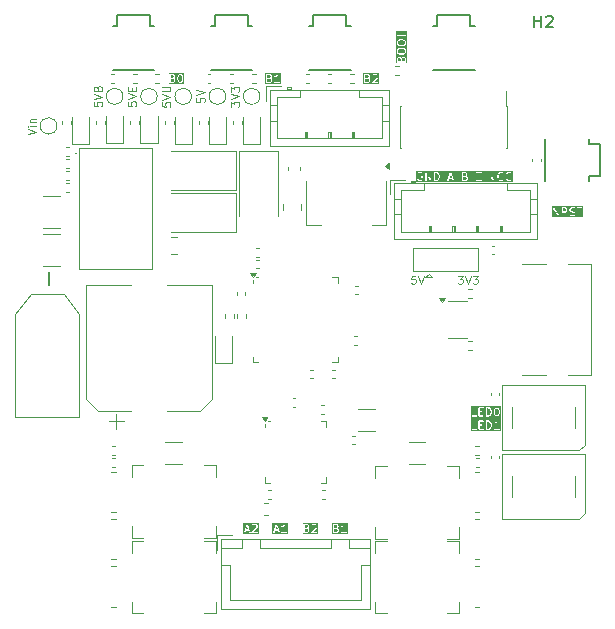
<source format=gbr>
%TF.GenerationSoftware,KiCad,Pcbnew,9.0.1-9.0.1-0~ubuntu22.04.1*%
%TF.CreationDate,2025-04-08T13:36:12+02:00*%
%TF.ProjectId,TMC262_Stepper_Driver,544d4332-3632-45f5-9374-65707065725f,rev?*%
%TF.SameCoordinates,Original*%
%TF.FileFunction,Legend,Top*%
%TF.FilePolarity,Positive*%
%FSLAX46Y46*%
G04 Gerber Fmt 4.6, Leading zero omitted, Abs format (unit mm)*
G04 Created by KiCad (PCBNEW 9.0.1-9.0.1-0~ubuntu22.04.1) date 2025-04-08 13:36:12*
%MOMM*%
%LPD*%
G01*
G04 APERTURE LIST*
%ADD10C,0.100000*%
%ADD11C,0.150000*%
%ADD12C,0.120000*%
%ADD13C,0.152400*%
%ADD14C,0.050000*%
%ADD15C,0.125000*%
G04 APERTURE END LIST*
D10*
G36*
X91422991Y-83659147D02*
G01*
X91475575Y-83711732D01*
X91502823Y-83766230D01*
X91533333Y-83888267D01*
X91533333Y-83975959D01*
X91502823Y-84097995D01*
X91475575Y-84152493D01*
X91422991Y-84205078D01*
X91341887Y-84232113D01*
X91233333Y-84232113D01*
X91233333Y-83632113D01*
X91341887Y-83632113D01*
X91422991Y-83659147D01*
G37*
G36*
X91422991Y-82532187D02*
G01*
X91475575Y-82584772D01*
X91502823Y-82639270D01*
X91533333Y-82761307D01*
X91533333Y-82848999D01*
X91502823Y-82971035D01*
X91475575Y-83025533D01*
X91422991Y-83078118D01*
X91341887Y-83105153D01*
X91233333Y-83105153D01*
X91233333Y-82505153D01*
X91341887Y-82505153D01*
X91422991Y-82532187D01*
G37*
G36*
X92120381Y-82529578D02*
G01*
X92142241Y-82551438D01*
X92169491Y-82605937D01*
X92200000Y-82727973D01*
X92200000Y-82882332D01*
X92169491Y-83004368D01*
X92142241Y-83058867D01*
X92120381Y-83080727D01*
X92071531Y-83105153D01*
X92028470Y-83105153D01*
X91979620Y-83080728D01*
X91957758Y-83058867D01*
X91930508Y-83004368D01*
X91900000Y-82882331D01*
X91900000Y-82727974D01*
X91930508Y-82605937D01*
X91957758Y-82551438D01*
X91979620Y-82529577D01*
X92028470Y-82505153D01*
X92071531Y-82505153D01*
X92120381Y-82529578D01*
G37*
G36*
X92377778Y-84409891D02*
G01*
X89855555Y-84409891D01*
X89855555Y-83582113D01*
X89933333Y-83582113D01*
X89933333Y-84282113D01*
X89937139Y-84301247D01*
X89964199Y-84328307D01*
X89983333Y-84332113D01*
X90316667Y-84332113D01*
X90335801Y-84328307D01*
X90362861Y-84301247D01*
X90362861Y-84262979D01*
X90335801Y-84235919D01*
X90316667Y-84232113D01*
X90033333Y-84232113D01*
X90033333Y-83582113D01*
X90500000Y-83582113D01*
X90500000Y-84282113D01*
X90503806Y-84301247D01*
X90530866Y-84328307D01*
X90550000Y-84332113D01*
X90883334Y-84332113D01*
X90902468Y-84328307D01*
X90929528Y-84301247D01*
X90929528Y-84262979D01*
X90902468Y-84235919D01*
X90883334Y-84232113D01*
X90600000Y-84232113D01*
X90600000Y-83965446D01*
X90783334Y-83965446D01*
X90802468Y-83961640D01*
X90829528Y-83934580D01*
X90829528Y-83896312D01*
X90802468Y-83869252D01*
X90783334Y-83865446D01*
X90600000Y-83865446D01*
X90600000Y-83632113D01*
X90883334Y-83632113D01*
X90902468Y-83628307D01*
X90929528Y-83601247D01*
X90929528Y-83582113D01*
X91133333Y-83582113D01*
X91133333Y-84282113D01*
X91137139Y-84301247D01*
X91164199Y-84328307D01*
X91183333Y-84332113D01*
X91350000Y-84332113D01*
X91357862Y-84330549D01*
X91365811Y-84329547D01*
X91465811Y-84296214D01*
X91467986Y-84294974D01*
X91469134Y-84294974D01*
X91475794Y-84290523D01*
X91482760Y-84286553D01*
X91483273Y-84285525D01*
X91485355Y-84284135D01*
X91552022Y-84217469D01*
X91556481Y-84210794D01*
X91561388Y-84204473D01*
X91594722Y-84137806D01*
X91596168Y-84132522D01*
X91598507Y-84127573D01*
X91631840Y-83994240D01*
X91632137Y-83988122D01*
X91633333Y-83982113D01*
X91633333Y-83882113D01*
X91632137Y-83876103D01*
X91631840Y-83869986D01*
X91610758Y-83785657D01*
X91800126Y-83785657D01*
X91817240Y-83819885D01*
X91853544Y-83831987D01*
X91872360Y-83826834D01*
X91939028Y-83793501D01*
X91945356Y-83788589D01*
X91952023Y-83784135D01*
X92000000Y-83736157D01*
X92000000Y-84232113D01*
X91850000Y-84232113D01*
X91830866Y-84235919D01*
X91803806Y-84262979D01*
X91803806Y-84301247D01*
X91830866Y-84328307D01*
X91850000Y-84332113D01*
X92250000Y-84332113D01*
X92269134Y-84328307D01*
X92296194Y-84301247D01*
X92296194Y-84262979D01*
X92269134Y-84235919D01*
X92250000Y-84232113D01*
X92100000Y-84232113D01*
X92100000Y-83582113D01*
X92096194Y-83562979D01*
X92092553Y-83559338D01*
X92091544Y-83554291D01*
X92079430Y-83546215D01*
X92069134Y-83535919D01*
X92063986Y-83535919D01*
X92059703Y-83533064D01*
X92045428Y-83535919D01*
X92030866Y-83535919D01*
X92027225Y-83539559D01*
X92022178Y-83540569D01*
X92008397Y-83554378D01*
X91944476Y-83650259D01*
X91887048Y-83707687D01*
X91827640Y-83737392D01*
X91812228Y-83749353D01*
X91800126Y-83785657D01*
X91610758Y-83785657D01*
X91598507Y-83736653D01*
X91596168Y-83731703D01*
X91594722Y-83726420D01*
X91561388Y-83659753D01*
X91556481Y-83653431D01*
X91552022Y-83646757D01*
X91485355Y-83580091D01*
X91483273Y-83578700D01*
X91482760Y-83577673D01*
X91475794Y-83573702D01*
X91469134Y-83569252D01*
X91467986Y-83569252D01*
X91465811Y-83568012D01*
X91365811Y-83534679D01*
X91357862Y-83533676D01*
X91350000Y-83532113D01*
X91183333Y-83532113D01*
X91164199Y-83535919D01*
X91137139Y-83562979D01*
X91133333Y-83582113D01*
X90929528Y-83582113D01*
X90929528Y-83562979D01*
X90902468Y-83535919D01*
X90883334Y-83532113D01*
X90550000Y-83532113D01*
X90530866Y-83535919D01*
X90503806Y-83562979D01*
X90500000Y-83582113D01*
X90033333Y-83582113D01*
X90029527Y-83562979D01*
X90002467Y-83535919D01*
X89964199Y-83535919D01*
X89937139Y-83562979D01*
X89933333Y-83582113D01*
X89855555Y-83582113D01*
X89855555Y-82455153D01*
X89933333Y-82455153D01*
X89933333Y-83155153D01*
X89937139Y-83174287D01*
X89964199Y-83201347D01*
X89983333Y-83205153D01*
X90316667Y-83205153D01*
X90335801Y-83201347D01*
X90362861Y-83174287D01*
X90362861Y-83136019D01*
X90335801Y-83108959D01*
X90316667Y-83105153D01*
X90033333Y-83105153D01*
X90033333Y-82455153D01*
X90500000Y-82455153D01*
X90500000Y-83155153D01*
X90503806Y-83174287D01*
X90530866Y-83201347D01*
X90550000Y-83205153D01*
X90883334Y-83205153D01*
X90902468Y-83201347D01*
X90929528Y-83174287D01*
X90929528Y-83136019D01*
X90902468Y-83108959D01*
X90883334Y-83105153D01*
X90600000Y-83105153D01*
X90600000Y-82838486D01*
X90783334Y-82838486D01*
X90802468Y-82834680D01*
X90829528Y-82807620D01*
X90829528Y-82769352D01*
X90802468Y-82742292D01*
X90783334Y-82738486D01*
X90600000Y-82738486D01*
X90600000Y-82505153D01*
X90883334Y-82505153D01*
X90902468Y-82501347D01*
X90929528Y-82474287D01*
X90929528Y-82455153D01*
X91133333Y-82455153D01*
X91133333Y-83155153D01*
X91137139Y-83174287D01*
X91164199Y-83201347D01*
X91183333Y-83205153D01*
X91350000Y-83205153D01*
X91357862Y-83203589D01*
X91365811Y-83202587D01*
X91465811Y-83169254D01*
X91467986Y-83168014D01*
X91469134Y-83168014D01*
X91475794Y-83163563D01*
X91482760Y-83159593D01*
X91483273Y-83158565D01*
X91485355Y-83157175D01*
X91552022Y-83090509D01*
X91556481Y-83083834D01*
X91561388Y-83077513D01*
X91594722Y-83010846D01*
X91596168Y-83005562D01*
X91598507Y-83000613D01*
X91631840Y-82867280D01*
X91632137Y-82861162D01*
X91633333Y-82855153D01*
X91633333Y-82755153D01*
X91632137Y-82749143D01*
X91631840Y-82743026D01*
X91626539Y-82721820D01*
X91800000Y-82721820D01*
X91800000Y-82888486D01*
X91801195Y-82894495D01*
X91801493Y-82900613D01*
X91834826Y-83033946D01*
X91837165Y-83038897D01*
X91838612Y-83044181D01*
X91871946Y-83110847D01*
X91876857Y-83117175D01*
X91881311Y-83123841D01*
X91914644Y-83157175D01*
X91921318Y-83161634D01*
X91927640Y-83166541D01*
X91994307Y-83199875D01*
X91996722Y-83200536D01*
X91997533Y-83201347D01*
X92005393Y-83202910D01*
X92013123Y-83205027D01*
X92014210Y-83204664D01*
X92016667Y-83205153D01*
X92083333Y-83205153D01*
X92085789Y-83204664D01*
X92086877Y-83205027D01*
X92094601Y-83202911D01*
X92102467Y-83201347D01*
X92103278Y-83200535D01*
X92105693Y-83199874D01*
X92172361Y-83166541D01*
X92178689Y-83161629D01*
X92185356Y-83157175D01*
X92218689Y-83123841D01*
X92223140Y-83117178D01*
X92228054Y-83110847D01*
X92261388Y-83044181D01*
X92262834Y-83038899D01*
X92265174Y-83033947D01*
X92298507Y-82900613D01*
X92298804Y-82894495D01*
X92300000Y-82888486D01*
X92300000Y-82721820D01*
X92298804Y-82715810D01*
X92298507Y-82709693D01*
X92265174Y-82576359D01*
X92262834Y-82571406D01*
X92261388Y-82566125D01*
X92228054Y-82499459D01*
X92223140Y-82493127D01*
X92218689Y-82486465D01*
X92185356Y-82453131D01*
X92178689Y-82448676D01*
X92172361Y-82443765D01*
X92105693Y-82410432D01*
X92103278Y-82409770D01*
X92102467Y-82408959D01*
X92094601Y-82407394D01*
X92086877Y-82405279D01*
X92085789Y-82405641D01*
X92083333Y-82405153D01*
X92016667Y-82405153D01*
X92014210Y-82405641D01*
X92013123Y-82405279D01*
X92005393Y-82407395D01*
X91997533Y-82408959D01*
X91996722Y-82409769D01*
X91994307Y-82410431D01*
X91927640Y-82443765D01*
X91921318Y-82448671D01*
X91914644Y-82453131D01*
X91881311Y-82486465D01*
X91876857Y-82493130D01*
X91871946Y-82499459D01*
X91838612Y-82566125D01*
X91837165Y-82571408D01*
X91834826Y-82576360D01*
X91801493Y-82709693D01*
X91801195Y-82715810D01*
X91800000Y-82721820D01*
X91626539Y-82721820D01*
X91598507Y-82609693D01*
X91596168Y-82604743D01*
X91594722Y-82599460D01*
X91561388Y-82532793D01*
X91556481Y-82526471D01*
X91552022Y-82519797D01*
X91485355Y-82453131D01*
X91483273Y-82451740D01*
X91482760Y-82450713D01*
X91475794Y-82446742D01*
X91469134Y-82442292D01*
X91467986Y-82442292D01*
X91465811Y-82441052D01*
X91365811Y-82407719D01*
X91357862Y-82406716D01*
X91350000Y-82405153D01*
X91183333Y-82405153D01*
X91164199Y-82408959D01*
X91137139Y-82436019D01*
X91133333Y-82455153D01*
X90929528Y-82455153D01*
X90929528Y-82436019D01*
X90902468Y-82408959D01*
X90883334Y-82405153D01*
X90550000Y-82405153D01*
X90530866Y-82408959D01*
X90503806Y-82436019D01*
X90500000Y-82455153D01*
X90033333Y-82455153D01*
X90029527Y-82436019D01*
X90002467Y-82408959D01*
X89964199Y-82408959D01*
X89937139Y-82436019D01*
X89933333Y-82455153D01*
X89855555Y-82455153D01*
X89855555Y-82327375D01*
X92377778Y-82327375D01*
X92377778Y-84409891D01*
G37*
G36*
X76039658Y-92729001D02*
G01*
X76058907Y-92748250D01*
X76083333Y-92797102D01*
X76083333Y-92873497D01*
X76058907Y-92922347D01*
X76037048Y-92944207D01*
X75988198Y-92968633D01*
X75783333Y-92968633D01*
X75783333Y-92701966D01*
X75958553Y-92701966D01*
X76039658Y-92729001D01*
G37*
G36*
X76003715Y-92393058D02*
G01*
X76025574Y-92414918D01*
X76050000Y-92463769D01*
X76050000Y-92506830D01*
X76025575Y-92555679D01*
X76003714Y-92577540D01*
X75954864Y-92601966D01*
X75783333Y-92601966D01*
X75783333Y-92368633D01*
X75954864Y-92368633D01*
X76003715Y-92393058D01*
G37*
G36*
X76927778Y-93146411D02*
G01*
X75605555Y-93146411D01*
X75605555Y-92318633D01*
X75683333Y-92318633D01*
X75683333Y-93018633D01*
X75687139Y-93037767D01*
X75714199Y-93064827D01*
X75733333Y-93068633D01*
X76000000Y-93068633D01*
X76002456Y-93068144D01*
X76003544Y-93068507D01*
X76011268Y-93066391D01*
X76019134Y-93064827D01*
X76019945Y-93064015D01*
X76022360Y-93063354D01*
X76089028Y-93030021D01*
X76095356Y-93025109D01*
X76102023Y-93020655D01*
X76123178Y-92999499D01*
X76320473Y-92999499D01*
X76320473Y-93037767D01*
X76347533Y-93064827D01*
X76366667Y-93068633D01*
X76800000Y-93068633D01*
X76819134Y-93064827D01*
X76846194Y-93037767D01*
X76846194Y-92999499D01*
X76819134Y-92972439D01*
X76800000Y-92968633D01*
X76487377Y-92968633D01*
X76802022Y-92653989D01*
X76803413Y-92651906D01*
X76804440Y-92651393D01*
X76808406Y-92644434D01*
X76812861Y-92637768D01*
X76812861Y-92636619D01*
X76814101Y-92634444D01*
X76847434Y-92534444D01*
X76848436Y-92526495D01*
X76850000Y-92518633D01*
X76850000Y-92451966D01*
X76849511Y-92449509D01*
X76849874Y-92448422D01*
X76847758Y-92440696D01*
X76846194Y-92432832D01*
X76845382Y-92432020D01*
X76844721Y-92429605D01*
X76811388Y-92362939D01*
X76806476Y-92356610D01*
X76802022Y-92349944D01*
X76768688Y-92316611D01*
X76762028Y-92312160D01*
X76755694Y-92307245D01*
X76689028Y-92273912D01*
X76686612Y-92273250D01*
X76685801Y-92272439D01*
X76677939Y-92270875D01*
X76670212Y-92268759D01*
X76669123Y-92269121D01*
X76666667Y-92268633D01*
X76500000Y-92268633D01*
X76497543Y-92269121D01*
X76496456Y-92268759D01*
X76488726Y-92270875D01*
X76480866Y-92272439D01*
X76480055Y-92273249D01*
X76477640Y-92273911D01*
X76410973Y-92307245D01*
X76404651Y-92312151D01*
X76397977Y-92316611D01*
X76364644Y-92349945D01*
X76353806Y-92366166D01*
X76353806Y-92404435D01*
X76380866Y-92431494D01*
X76419135Y-92431494D01*
X76435356Y-92420655D01*
X76462953Y-92393057D01*
X76511803Y-92368633D01*
X76654864Y-92368633D01*
X76703715Y-92393058D01*
X76725574Y-92414918D01*
X76750000Y-92463769D01*
X76750000Y-92510520D01*
X76722965Y-92591623D01*
X76331312Y-92983278D01*
X76320473Y-92999499D01*
X76123178Y-92999499D01*
X76135356Y-92987321D01*
X76139807Y-92980658D01*
X76144721Y-92974327D01*
X76178054Y-92907661D01*
X76178715Y-92905245D01*
X76179527Y-92904434D01*
X76181091Y-92896569D01*
X76183207Y-92888844D01*
X76182844Y-92887756D01*
X76183333Y-92885300D01*
X76183333Y-92785300D01*
X76182844Y-92782843D01*
X76183207Y-92781756D01*
X76181090Y-92774026D01*
X76179527Y-92766166D01*
X76178716Y-92765355D01*
X76178055Y-92762940D01*
X76144721Y-92696273D01*
X76139809Y-92689944D01*
X76135355Y-92683278D01*
X76102022Y-92649945D01*
X76099940Y-92648554D01*
X76099427Y-92647527D01*
X76092461Y-92643556D01*
X76085801Y-92639106D01*
X76084653Y-92639106D01*
X76083964Y-92638713D01*
X76102022Y-92620656D01*
X76106481Y-92613981D01*
X76111388Y-92607660D01*
X76144722Y-92540993D01*
X76145383Y-92538577D01*
X76146194Y-92537767D01*
X76147757Y-92529906D01*
X76149874Y-92522177D01*
X76149511Y-92521089D01*
X76150000Y-92518633D01*
X76150000Y-92451966D01*
X76149511Y-92449509D01*
X76149874Y-92448422D01*
X76147758Y-92440696D01*
X76146194Y-92432832D01*
X76145382Y-92432020D01*
X76144721Y-92429605D01*
X76111388Y-92362939D01*
X76106476Y-92356610D01*
X76102022Y-92349944D01*
X76068688Y-92316611D01*
X76062028Y-92312160D01*
X76055694Y-92307245D01*
X75989028Y-92273912D01*
X75986612Y-92273250D01*
X75985801Y-92272439D01*
X75977939Y-92270875D01*
X75970212Y-92268759D01*
X75969123Y-92269121D01*
X75966667Y-92268633D01*
X75733333Y-92268633D01*
X75714199Y-92272439D01*
X75687139Y-92299499D01*
X75683333Y-92318633D01*
X75605555Y-92318633D01*
X75605555Y-92190855D01*
X76927778Y-92190855D01*
X76927778Y-93146411D01*
G37*
G36*
X87022991Y-62595667D02*
G01*
X87075575Y-62648252D01*
X87102823Y-62702750D01*
X87133333Y-62824787D01*
X87133333Y-62912479D01*
X87102823Y-63034515D01*
X87075575Y-63089013D01*
X87022991Y-63141598D01*
X86941887Y-63168633D01*
X86833333Y-63168633D01*
X86833333Y-62568633D01*
X86941887Y-62568633D01*
X87022991Y-62595667D01*
G37*
G36*
X89456324Y-62929001D02*
G01*
X89475573Y-62948250D01*
X89499999Y-62997102D01*
X89499999Y-63073497D01*
X89475573Y-63122347D01*
X89453714Y-63144207D01*
X89404864Y-63168633D01*
X89199999Y-63168633D01*
X89199999Y-62901966D01*
X89375219Y-62901966D01*
X89456324Y-62929001D01*
G37*
G36*
X89420381Y-62593058D02*
G01*
X89442240Y-62614918D01*
X89466666Y-62663769D01*
X89466666Y-62706830D01*
X89442241Y-62755679D01*
X89420380Y-62777540D01*
X89371530Y-62801966D01*
X89199999Y-62801966D01*
X89199999Y-62568633D01*
X89371530Y-62568633D01*
X89420381Y-62593058D01*
G37*
G36*
X88247295Y-62968633D02*
G01*
X88052704Y-62968633D01*
X88149999Y-62676745D01*
X88247295Y-62968633D01*
G37*
G36*
X93407304Y-63346411D02*
G01*
X85188889Y-63346411D01*
X85188889Y-62818633D01*
X85266667Y-62818633D01*
X85266667Y-62918633D01*
X85267862Y-62924642D01*
X85268160Y-62930760D01*
X85301493Y-63064092D01*
X85303832Y-63069043D01*
X85305279Y-63074327D01*
X85338613Y-63140994D01*
X85343524Y-63147322D01*
X85347978Y-63153988D01*
X85414645Y-63220655D01*
X85416726Y-63222045D01*
X85417240Y-63223073D01*
X85424205Y-63227043D01*
X85430866Y-63231494D01*
X85432014Y-63231494D01*
X85434189Y-63232734D01*
X85534189Y-63266067D01*
X85542137Y-63267069D01*
X85550000Y-63268633D01*
X85616667Y-63268633D01*
X85624529Y-63267069D01*
X85632478Y-63266067D01*
X85732478Y-63232734D01*
X85734653Y-63231494D01*
X85735802Y-63231494D01*
X85742468Y-63227039D01*
X85749427Y-63223073D01*
X85749940Y-63222046D01*
X85752023Y-63220655D01*
X85785356Y-63187321D01*
X85796191Y-63171102D01*
X85796194Y-63171100D01*
X85800000Y-63151966D01*
X85800000Y-62918633D01*
X85796194Y-62899499D01*
X85769134Y-62872439D01*
X85750000Y-62868633D01*
X85616667Y-62868633D01*
X85597533Y-62872439D01*
X85570473Y-62899499D01*
X85570473Y-62937767D01*
X85597533Y-62964827D01*
X85616667Y-62968633D01*
X85700000Y-62968633D01*
X85700000Y-63131255D01*
X85689656Y-63141599D01*
X85608554Y-63168633D01*
X85558113Y-63168633D01*
X85477010Y-63141599D01*
X85424425Y-63089014D01*
X85397175Y-63034514D01*
X85366667Y-62912478D01*
X85366667Y-62824787D01*
X85397175Y-62702751D01*
X85424425Y-62648251D01*
X85477010Y-62595666D01*
X85558113Y-62568633D01*
X85638198Y-62568633D01*
X85694307Y-62596688D01*
X85713123Y-62601840D01*
X85749428Y-62589738D01*
X85766541Y-62555510D01*
X85754440Y-62519206D01*
X85753702Y-62518633D01*
X86000000Y-62518633D01*
X86000000Y-63218633D01*
X86003806Y-63237767D01*
X86030866Y-63264827D01*
X86069134Y-63264827D01*
X86096194Y-63237767D01*
X86100000Y-63218633D01*
X86100000Y-62706911D01*
X86406588Y-63243440D01*
X86419386Y-63258165D01*
X86426010Y-63259971D01*
X86430866Y-63264827D01*
X86443814Y-63264827D01*
X86456306Y-63268234D01*
X86462268Y-63264827D01*
X86469134Y-63264827D01*
X86478287Y-63255673D01*
X86489532Y-63249248D01*
X86491339Y-63242621D01*
X86496194Y-63237767D01*
X86500000Y-63218633D01*
X86500000Y-62518633D01*
X86733333Y-62518633D01*
X86733333Y-63218633D01*
X86737139Y-63237767D01*
X86764199Y-63264827D01*
X86783333Y-63268633D01*
X86950000Y-63268633D01*
X86957862Y-63267069D01*
X86965811Y-63266067D01*
X87065811Y-63232734D01*
X87067986Y-63231494D01*
X87069134Y-63231494D01*
X87075794Y-63227043D01*
X87082760Y-63223073D01*
X87083207Y-63222177D01*
X87866792Y-63222177D01*
X87883906Y-63256406D01*
X87920210Y-63268507D01*
X87954439Y-63251393D01*
X87964100Y-63234444D01*
X88019370Y-63068633D01*
X88280628Y-63068633D01*
X88335899Y-63234445D01*
X88345560Y-63251393D01*
X88379789Y-63268507D01*
X88416093Y-63256406D01*
X88433207Y-63222178D01*
X88430767Y-63202822D01*
X88202704Y-62518633D01*
X89099999Y-62518633D01*
X89099999Y-63218633D01*
X89103805Y-63237767D01*
X89130865Y-63264827D01*
X89149999Y-63268633D01*
X89416666Y-63268633D01*
X89419122Y-63268144D01*
X89420210Y-63268507D01*
X89427934Y-63266391D01*
X89435800Y-63264827D01*
X89436611Y-63264015D01*
X89439026Y-63263354D01*
X89505694Y-63230021D01*
X89512022Y-63225109D01*
X89518689Y-63220655D01*
X89530414Y-63208930D01*
X90267617Y-63208930D01*
X90270472Y-63223205D01*
X90270472Y-63237767D01*
X90274112Y-63241407D01*
X90275122Y-63246455D01*
X90287235Y-63254530D01*
X90297532Y-63264827D01*
X90304869Y-63266286D01*
X90306963Y-63267682D01*
X90309417Y-63267191D01*
X90316666Y-63268633D01*
X90783332Y-63268633D01*
X90802466Y-63264827D01*
X90829526Y-63237767D01*
X90829526Y-63199499D01*
X90802466Y-63172439D01*
X90783332Y-63168633D01*
X90410092Y-63168633D01*
X90824935Y-62546368D01*
X90827755Y-62539537D01*
X90829526Y-62537767D01*
X90829526Y-62535249D01*
X90832381Y-62528336D01*
X90829732Y-62515089D01*
X91433458Y-62515089D01*
X91435898Y-62534444D01*
X91669232Y-63234444D01*
X91678893Y-63251393D01*
X91682235Y-63253063D01*
X91683906Y-63256406D01*
X91698945Y-63261419D01*
X91713122Y-63268507D01*
X91716666Y-63267325D01*
X91720210Y-63268507D01*
X91734386Y-63261419D01*
X91749426Y-63256406D01*
X91751096Y-63253063D01*
X91754439Y-63251393D01*
X91764100Y-63234444D01*
X91902703Y-62818633D01*
X92099999Y-62818633D01*
X92099999Y-62918633D01*
X92101194Y-62924642D01*
X92101492Y-62930760D01*
X92134825Y-63064092D01*
X92137164Y-63069043D01*
X92138611Y-63074327D01*
X92171945Y-63140994D01*
X92176856Y-63147322D01*
X92181310Y-63153988D01*
X92247977Y-63220655D01*
X92250058Y-63222045D01*
X92250572Y-63223073D01*
X92257537Y-63227043D01*
X92264198Y-63231494D01*
X92265346Y-63231494D01*
X92267521Y-63232734D01*
X92367521Y-63266067D01*
X92375469Y-63267069D01*
X92383332Y-63268633D01*
X92449999Y-63268633D01*
X92457861Y-63267069D01*
X92465810Y-63266067D01*
X92565810Y-63232734D01*
X92567985Y-63231494D01*
X92569134Y-63231494D01*
X92575800Y-63227039D01*
X92582759Y-63223073D01*
X92583272Y-63222046D01*
X92585355Y-63220655D01*
X92618688Y-63187321D01*
X92629526Y-63171099D01*
X92629526Y-63132831D01*
X92602466Y-63105772D01*
X92564197Y-63105772D01*
X92547976Y-63116611D01*
X92522988Y-63141599D01*
X92441886Y-63168633D01*
X92391445Y-63168633D01*
X92310342Y-63141599D01*
X92257757Y-63089014D01*
X92230507Y-63034514D01*
X92199999Y-62912478D01*
X92199999Y-62824787D01*
X92201537Y-62818633D01*
X92799999Y-62818633D01*
X92799999Y-62918633D01*
X92801194Y-62924642D01*
X92801492Y-62930760D01*
X92834825Y-63064092D01*
X92837164Y-63069043D01*
X92838611Y-63074327D01*
X92871945Y-63140994D01*
X92876856Y-63147322D01*
X92881310Y-63153988D01*
X92947977Y-63220655D01*
X92950058Y-63222045D01*
X92950572Y-63223073D01*
X92957537Y-63227043D01*
X92964198Y-63231494D01*
X92965346Y-63231494D01*
X92967521Y-63232734D01*
X93067521Y-63266067D01*
X93075469Y-63267069D01*
X93083332Y-63268633D01*
X93149999Y-63268633D01*
X93157861Y-63267069D01*
X93165810Y-63266067D01*
X93265810Y-63232734D01*
X93267985Y-63231494D01*
X93269134Y-63231494D01*
X93275800Y-63227039D01*
X93282759Y-63223073D01*
X93283272Y-63222046D01*
X93285355Y-63220655D01*
X93318688Y-63187321D01*
X93329526Y-63171099D01*
X93329526Y-63132831D01*
X93302466Y-63105772D01*
X93264197Y-63105772D01*
X93247976Y-63116611D01*
X93222988Y-63141599D01*
X93141886Y-63168633D01*
X93091445Y-63168633D01*
X93010342Y-63141599D01*
X92957757Y-63089014D01*
X92930507Y-63034514D01*
X92899999Y-62912478D01*
X92899999Y-62824787D01*
X92930507Y-62702751D01*
X92957757Y-62648251D01*
X93010342Y-62595666D01*
X93091445Y-62568633D01*
X93141886Y-62568633D01*
X93222988Y-62595666D01*
X93247976Y-62620655D01*
X93264197Y-62631494D01*
X93302466Y-62631494D01*
X93329526Y-62604435D01*
X93329526Y-62566167D01*
X93318688Y-62549945D01*
X93285355Y-62516611D01*
X93283272Y-62515219D01*
X93282759Y-62514193D01*
X93275800Y-62510226D01*
X93269134Y-62505772D01*
X93267985Y-62505772D01*
X93265810Y-62504532D01*
X93165810Y-62471199D01*
X93157861Y-62470196D01*
X93149999Y-62468633D01*
X93083332Y-62468633D01*
X93075469Y-62470196D01*
X93067521Y-62471199D01*
X92967521Y-62504532D01*
X92965346Y-62505772D01*
X92964198Y-62505772D01*
X92957537Y-62510222D01*
X92950572Y-62514193D01*
X92950058Y-62515220D01*
X92947977Y-62516611D01*
X92881310Y-62583278D01*
X92876856Y-62589943D01*
X92871945Y-62596272D01*
X92838611Y-62662939D01*
X92837164Y-62668222D01*
X92834825Y-62673174D01*
X92801492Y-62806506D01*
X92801194Y-62812623D01*
X92799999Y-62818633D01*
X92201537Y-62818633D01*
X92230507Y-62702751D01*
X92257757Y-62648251D01*
X92310342Y-62595666D01*
X92391445Y-62568633D01*
X92441886Y-62568633D01*
X92522988Y-62595666D01*
X92547976Y-62620655D01*
X92564197Y-62631494D01*
X92602466Y-62631494D01*
X92629526Y-62604435D01*
X92629526Y-62566167D01*
X92618688Y-62549945D01*
X92585355Y-62516611D01*
X92583272Y-62515219D01*
X92582759Y-62514193D01*
X92575800Y-62510226D01*
X92569134Y-62505772D01*
X92567985Y-62505772D01*
X92565810Y-62504532D01*
X92465810Y-62471199D01*
X92457861Y-62470196D01*
X92449999Y-62468633D01*
X92383332Y-62468633D01*
X92375469Y-62470196D01*
X92367521Y-62471199D01*
X92267521Y-62504532D01*
X92265346Y-62505772D01*
X92264198Y-62505772D01*
X92257537Y-62510222D01*
X92250572Y-62514193D01*
X92250058Y-62515220D01*
X92247977Y-62516611D01*
X92181310Y-62583278D01*
X92176856Y-62589943D01*
X92171945Y-62596272D01*
X92138611Y-62662939D01*
X92137164Y-62668222D01*
X92134825Y-62673174D01*
X92101492Y-62806506D01*
X92101194Y-62812623D01*
X92099999Y-62818633D01*
X91902703Y-62818633D01*
X91997433Y-62534444D01*
X91999873Y-62515088D01*
X91982759Y-62480860D01*
X91946455Y-62468759D01*
X91912226Y-62485873D01*
X91902565Y-62502821D01*
X91716665Y-63060520D01*
X91530766Y-62502822D01*
X91521105Y-62485873D01*
X91486876Y-62468759D01*
X91450572Y-62480860D01*
X91433458Y-62515089D01*
X90829732Y-62515089D01*
X90829526Y-62514061D01*
X90829526Y-62499499D01*
X90825885Y-62495858D01*
X90824876Y-62490811D01*
X90812762Y-62482735D01*
X90802466Y-62472439D01*
X90795128Y-62470979D01*
X90793035Y-62469584D01*
X90790580Y-62470074D01*
X90783332Y-62468633D01*
X90316666Y-62468633D01*
X90297532Y-62472439D01*
X90270472Y-62499499D01*
X90270472Y-62537767D01*
X90297532Y-62564827D01*
X90316666Y-62568633D01*
X90689907Y-62568633D01*
X90275063Y-63190898D01*
X90272242Y-63197728D01*
X90270472Y-63199499D01*
X90270472Y-63202016D01*
X90267617Y-63208930D01*
X89530414Y-63208930D01*
X89552022Y-63187321D01*
X89556473Y-63180658D01*
X89561387Y-63174327D01*
X89594720Y-63107661D01*
X89595381Y-63105245D01*
X89596193Y-63104434D01*
X89597757Y-63096569D01*
X89599873Y-63088844D01*
X89599510Y-63087756D01*
X89599999Y-63085300D01*
X89599999Y-62985300D01*
X89599510Y-62982843D01*
X89599873Y-62981756D01*
X89597756Y-62974026D01*
X89596193Y-62966166D01*
X89595382Y-62965355D01*
X89594721Y-62962940D01*
X89561387Y-62896273D01*
X89556475Y-62889944D01*
X89552021Y-62883278D01*
X89518688Y-62849945D01*
X89516606Y-62848554D01*
X89516093Y-62847527D01*
X89509127Y-62843556D01*
X89502467Y-62839106D01*
X89501319Y-62839106D01*
X89500630Y-62838713D01*
X89518688Y-62820656D01*
X89523147Y-62813981D01*
X89528054Y-62807660D01*
X89561388Y-62740993D01*
X89562049Y-62738577D01*
X89562860Y-62737767D01*
X89564423Y-62729906D01*
X89566540Y-62722177D01*
X89566177Y-62721089D01*
X89566666Y-62718633D01*
X89566666Y-62651966D01*
X89566177Y-62649509D01*
X89566540Y-62648422D01*
X89564424Y-62640696D01*
X89562860Y-62632832D01*
X89562048Y-62632020D01*
X89561387Y-62629605D01*
X89528054Y-62562939D01*
X89523142Y-62556610D01*
X89518688Y-62549944D01*
X89485354Y-62516611D01*
X89478694Y-62512160D01*
X89472360Y-62507245D01*
X89405694Y-62473912D01*
X89403278Y-62473250D01*
X89402467Y-62472439D01*
X89394605Y-62470875D01*
X89386878Y-62468759D01*
X89385789Y-62469121D01*
X89383333Y-62468633D01*
X89149999Y-62468633D01*
X89130865Y-62472439D01*
X89103805Y-62499499D01*
X89099999Y-62518633D01*
X88202704Y-62518633D01*
X88197434Y-62502822D01*
X88187773Y-62485873D01*
X88184430Y-62484202D01*
X88182760Y-62480860D01*
X88167720Y-62475846D01*
X88153544Y-62468759D01*
X88150000Y-62469940D01*
X88146456Y-62468759D01*
X88132279Y-62475846D01*
X88117240Y-62480860D01*
X88115569Y-62484202D01*
X88112227Y-62485873D01*
X88102566Y-62502822D01*
X87869232Y-63202822D01*
X87866792Y-63222177D01*
X87083207Y-63222177D01*
X87083273Y-63222045D01*
X87085355Y-63220655D01*
X87152022Y-63153989D01*
X87156481Y-63147314D01*
X87161388Y-63140993D01*
X87194722Y-63074326D01*
X87196168Y-63069042D01*
X87198507Y-63064093D01*
X87231840Y-62930760D01*
X87232137Y-62924642D01*
X87233333Y-62918633D01*
X87233333Y-62818633D01*
X87232137Y-62812623D01*
X87231840Y-62806506D01*
X87198507Y-62673173D01*
X87196168Y-62668223D01*
X87194722Y-62662940D01*
X87161388Y-62596273D01*
X87156481Y-62589951D01*
X87152022Y-62583277D01*
X87085355Y-62516611D01*
X87083273Y-62515220D01*
X87082760Y-62514193D01*
X87075794Y-62510222D01*
X87069134Y-62505772D01*
X87067986Y-62505772D01*
X87065811Y-62504532D01*
X86965811Y-62471199D01*
X86957862Y-62470196D01*
X86950000Y-62468633D01*
X86783333Y-62468633D01*
X86764199Y-62472439D01*
X86737139Y-62499499D01*
X86733333Y-62518633D01*
X86500000Y-62518633D01*
X86496194Y-62499499D01*
X86469134Y-62472439D01*
X86430866Y-62472439D01*
X86403806Y-62499499D01*
X86400000Y-62518633D01*
X86400000Y-63030355D01*
X86093412Y-62493826D01*
X86080615Y-62479101D01*
X86073988Y-62477293D01*
X86069134Y-62472439D01*
X86056187Y-62472439D01*
X86043694Y-62469032D01*
X86037732Y-62472439D01*
X86030866Y-62472439D01*
X86021712Y-62481592D01*
X86010468Y-62488018D01*
X86008660Y-62494644D01*
X86003806Y-62499499D01*
X86000000Y-62518633D01*
X85753702Y-62518633D01*
X85739028Y-62507245D01*
X85672360Y-62473912D01*
X85669945Y-62473250D01*
X85669134Y-62472439D01*
X85661268Y-62470874D01*
X85653544Y-62468759D01*
X85652456Y-62469121D01*
X85650000Y-62468633D01*
X85550000Y-62468633D01*
X85542137Y-62470196D01*
X85534189Y-62471199D01*
X85434189Y-62504532D01*
X85432014Y-62505772D01*
X85430866Y-62505772D01*
X85424205Y-62510222D01*
X85417240Y-62514193D01*
X85416726Y-62515220D01*
X85414645Y-62516611D01*
X85347978Y-62583278D01*
X85343524Y-62589943D01*
X85338613Y-62596272D01*
X85305279Y-62662939D01*
X85303832Y-62668222D01*
X85301493Y-62673174D01*
X85268160Y-62806506D01*
X85267862Y-62812623D01*
X85266667Y-62818633D01*
X85188889Y-62818633D01*
X85188889Y-62390855D01*
X93407304Y-62390855D01*
X93407304Y-63346411D01*
G37*
X57918633Y-56583333D02*
X57918633Y-56916666D01*
X57918633Y-56916666D02*
X58251966Y-56949999D01*
X58251966Y-56949999D02*
X58218633Y-56916666D01*
X58218633Y-56916666D02*
X58185300Y-56849999D01*
X58185300Y-56849999D02*
X58185300Y-56683333D01*
X58185300Y-56683333D02*
X58218633Y-56616666D01*
X58218633Y-56616666D02*
X58251966Y-56583333D01*
X58251966Y-56583333D02*
X58318633Y-56549999D01*
X58318633Y-56549999D02*
X58485300Y-56549999D01*
X58485300Y-56549999D02*
X58551966Y-56583333D01*
X58551966Y-56583333D02*
X58585300Y-56616666D01*
X58585300Y-56616666D02*
X58618633Y-56683333D01*
X58618633Y-56683333D02*
X58618633Y-56849999D01*
X58618633Y-56849999D02*
X58585300Y-56916666D01*
X58585300Y-56916666D02*
X58551966Y-56949999D01*
X57918633Y-56349999D02*
X58618633Y-56116666D01*
X58618633Y-56116666D02*
X57918633Y-55883332D01*
X58251966Y-55416666D02*
X58285300Y-55316666D01*
X58285300Y-55316666D02*
X58318633Y-55283332D01*
X58318633Y-55283332D02*
X58385300Y-55249999D01*
X58385300Y-55249999D02*
X58485300Y-55249999D01*
X58485300Y-55249999D02*
X58551966Y-55283332D01*
X58551966Y-55283332D02*
X58585300Y-55316666D01*
X58585300Y-55316666D02*
X58618633Y-55383332D01*
X58618633Y-55383332D02*
X58618633Y-55649999D01*
X58618633Y-55649999D02*
X57918633Y-55649999D01*
X57918633Y-55649999D02*
X57918633Y-55416666D01*
X57918633Y-55416666D02*
X57951966Y-55349999D01*
X57951966Y-55349999D02*
X57985300Y-55316666D01*
X57985300Y-55316666D02*
X58051966Y-55283332D01*
X58051966Y-55283332D02*
X58118633Y-55283332D01*
X58118633Y-55283332D02*
X58185300Y-55316666D01*
X58185300Y-55316666D02*
X58218633Y-55349999D01*
X58218633Y-55349999D02*
X58251966Y-55416666D01*
X58251966Y-55416666D02*
X58251966Y-55649999D01*
X63718633Y-56600000D02*
X63718633Y-56933333D01*
X63718633Y-56933333D02*
X64051966Y-56966666D01*
X64051966Y-56966666D02*
X64018633Y-56933333D01*
X64018633Y-56933333D02*
X63985300Y-56866666D01*
X63985300Y-56866666D02*
X63985300Y-56700000D01*
X63985300Y-56700000D02*
X64018633Y-56633333D01*
X64018633Y-56633333D02*
X64051966Y-56600000D01*
X64051966Y-56600000D02*
X64118633Y-56566666D01*
X64118633Y-56566666D02*
X64285300Y-56566666D01*
X64285300Y-56566666D02*
X64351966Y-56600000D01*
X64351966Y-56600000D02*
X64385300Y-56633333D01*
X64385300Y-56633333D02*
X64418633Y-56700000D01*
X64418633Y-56700000D02*
X64418633Y-56866666D01*
X64418633Y-56866666D02*
X64385300Y-56933333D01*
X64385300Y-56933333D02*
X64351966Y-56966666D01*
X63718633Y-56366666D02*
X64418633Y-56133333D01*
X64418633Y-56133333D02*
X63718633Y-55899999D01*
X63718633Y-55666666D02*
X64285300Y-55666666D01*
X64285300Y-55666666D02*
X64351966Y-55633333D01*
X64351966Y-55633333D02*
X64385300Y-55599999D01*
X64385300Y-55599999D02*
X64418633Y-55533333D01*
X64418633Y-55533333D02*
X64418633Y-55399999D01*
X64418633Y-55399999D02*
X64385300Y-55333333D01*
X64385300Y-55333333D02*
X64351966Y-55299999D01*
X64351966Y-55299999D02*
X64285300Y-55266666D01*
X64285300Y-55266666D02*
X63718633Y-55266666D01*
G36*
X83855682Y-52891091D02*
G01*
X83877540Y-52912949D01*
X83901966Y-52961801D01*
X83901966Y-53133332D01*
X83668633Y-53133332D01*
X83668633Y-52961801D01*
X83693058Y-52912950D01*
X83714918Y-52891090D01*
X83763769Y-52866665D01*
X83806830Y-52866665D01*
X83855682Y-52891091D01*
G37*
G36*
X84222348Y-52857757D02*
G01*
X84244207Y-52879617D01*
X84268633Y-52928468D01*
X84268633Y-53133332D01*
X84001966Y-53133332D01*
X84001966Y-52958113D01*
X84029001Y-52877008D01*
X84048253Y-52857756D01*
X84097103Y-52833332D01*
X84173497Y-52833332D01*
X84222348Y-52857757D01*
G37*
G36*
X84193071Y-52128480D02*
G01*
X84244207Y-52179617D01*
X84268633Y-52228468D01*
X84268633Y-52338196D01*
X84244207Y-52387046D01*
X84193071Y-52438183D01*
X84079145Y-52466665D01*
X83858120Y-52466665D01*
X83744195Y-52438183D01*
X83693058Y-52387047D01*
X83668633Y-52338196D01*
X83668633Y-52228468D01*
X83693058Y-52179616D01*
X83744195Y-52128480D01*
X83858120Y-52099999D01*
X84079145Y-52099999D01*
X84193071Y-52128480D01*
G37*
G36*
X84193071Y-51395147D02*
G01*
X84244207Y-51446284D01*
X84268633Y-51495135D01*
X84268633Y-51604863D01*
X84244207Y-51653713D01*
X84193071Y-51704850D01*
X84079145Y-51733332D01*
X83858120Y-51733332D01*
X83744195Y-51704850D01*
X83693058Y-51653714D01*
X83668633Y-51604863D01*
X83668633Y-51495135D01*
X83693058Y-51446283D01*
X83744195Y-51395147D01*
X83858120Y-51366666D01*
X84079145Y-51366666D01*
X84193071Y-51395147D01*
G37*
G36*
X84446411Y-53311110D02*
G01*
X83490855Y-53311110D01*
X83490855Y-52949999D01*
X83568633Y-52949999D01*
X83568633Y-53183332D01*
X83572439Y-53202466D01*
X83599499Y-53229526D01*
X83618633Y-53233332D01*
X84318633Y-53233332D01*
X84337767Y-53229526D01*
X84364827Y-53202466D01*
X84368633Y-53183332D01*
X84368633Y-52916665D01*
X84368144Y-52914208D01*
X84368507Y-52913121D01*
X84366391Y-52905395D01*
X84364827Y-52897531D01*
X84364015Y-52896719D01*
X84363354Y-52894304D01*
X84330021Y-52827638D01*
X84325109Y-52821309D01*
X84320655Y-52814643D01*
X84287321Y-52781310D01*
X84280661Y-52776859D01*
X84274327Y-52771944D01*
X84207661Y-52738611D01*
X84205245Y-52737949D01*
X84204434Y-52737138D01*
X84196572Y-52735574D01*
X84188845Y-52733458D01*
X84187756Y-52733820D01*
X84185300Y-52733332D01*
X84085300Y-52733332D01*
X84082843Y-52733820D01*
X84081756Y-52733458D01*
X84074026Y-52735574D01*
X84066166Y-52737138D01*
X84065355Y-52737948D01*
X84062940Y-52738610D01*
X83996273Y-52771944D01*
X83989951Y-52776850D01*
X83983277Y-52781310D01*
X83949944Y-52814644D01*
X83948552Y-52816726D01*
X83947527Y-52817239D01*
X83943559Y-52824199D01*
X83939106Y-52830865D01*
X83939106Y-52832012D01*
X83938713Y-52832702D01*
X83920655Y-52814644D01*
X83913995Y-52810193D01*
X83907661Y-52805278D01*
X83840994Y-52771944D01*
X83838578Y-52771282D01*
X83837767Y-52770471D01*
X83829905Y-52768907D01*
X83822178Y-52766791D01*
X83821089Y-52767153D01*
X83818633Y-52766665D01*
X83751966Y-52766665D01*
X83749509Y-52767153D01*
X83748421Y-52766791D01*
X83740693Y-52768907D01*
X83732832Y-52770471D01*
X83732020Y-52771282D01*
X83729605Y-52771944D01*
X83662939Y-52805278D01*
X83656607Y-52810191D01*
X83649945Y-52814643D01*
X83616611Y-52847976D01*
X83612156Y-52854642D01*
X83607245Y-52860971D01*
X83573912Y-52927639D01*
X83573250Y-52930053D01*
X83572439Y-52930865D01*
X83570874Y-52938730D01*
X83568759Y-52946455D01*
X83569121Y-52947542D01*
X83568633Y-52949999D01*
X83490855Y-52949999D01*
X83490855Y-52216665D01*
X83568633Y-52216665D01*
X83568633Y-52349999D01*
X83569121Y-52352455D01*
X83568759Y-52353544D01*
X83570875Y-52361271D01*
X83572439Y-52369133D01*
X83573250Y-52369944D01*
X83573912Y-52372360D01*
X83607245Y-52439026D01*
X83612160Y-52445360D01*
X83616611Y-52452020D01*
X83683277Y-52518687D01*
X83687781Y-52521697D01*
X83688867Y-52523506D01*
X83694402Y-52526120D01*
X83699498Y-52529526D01*
X83701610Y-52529526D01*
X83706506Y-52531839D01*
X83839839Y-52565172D01*
X83845956Y-52565469D01*
X83851966Y-52566665D01*
X84085300Y-52566665D01*
X84091309Y-52565469D01*
X84097427Y-52565172D01*
X84230759Y-52531839D01*
X84235655Y-52529526D01*
X84237767Y-52529526D01*
X84242861Y-52526122D01*
X84248399Y-52523506D01*
X84249485Y-52521695D01*
X84253988Y-52518687D01*
X84320655Y-52452021D01*
X84325109Y-52445354D01*
X84330021Y-52439026D01*
X84363354Y-52372360D01*
X84364015Y-52369944D01*
X84364827Y-52369133D01*
X84366391Y-52361268D01*
X84368507Y-52353543D01*
X84368144Y-52352455D01*
X84368633Y-52349999D01*
X84368633Y-52216665D01*
X84368144Y-52214208D01*
X84368507Y-52213121D01*
X84366391Y-52205395D01*
X84364827Y-52197531D01*
X84364015Y-52196719D01*
X84363354Y-52194304D01*
X84330021Y-52127638D01*
X84325109Y-52121309D01*
X84320655Y-52114643D01*
X84253988Y-52047977D01*
X84249485Y-52044968D01*
X84248399Y-52043158D01*
X84242861Y-52040541D01*
X84237767Y-52037138D01*
X84235655Y-52037138D01*
X84230759Y-52034825D01*
X84097427Y-52001492D01*
X84091309Y-52001194D01*
X84085300Y-51999999D01*
X83851966Y-51999999D01*
X83845956Y-52001194D01*
X83839839Y-52001492D01*
X83706506Y-52034825D01*
X83701610Y-52037138D01*
X83699498Y-52037138D01*
X83694402Y-52040543D01*
X83688867Y-52043158D01*
X83687781Y-52044966D01*
X83683277Y-52047977D01*
X83616611Y-52114644D01*
X83612160Y-52121303D01*
X83607245Y-52127638D01*
X83573912Y-52194304D01*
X83573250Y-52196719D01*
X83572439Y-52197531D01*
X83570875Y-52205392D01*
X83568759Y-52213120D01*
X83569121Y-52214208D01*
X83568633Y-52216665D01*
X83490855Y-52216665D01*
X83490855Y-51483332D01*
X83568633Y-51483332D01*
X83568633Y-51616666D01*
X83569121Y-51619122D01*
X83568759Y-51620211D01*
X83570875Y-51627938D01*
X83572439Y-51635800D01*
X83573250Y-51636611D01*
X83573912Y-51639027D01*
X83607245Y-51705693D01*
X83612160Y-51712027D01*
X83616611Y-51718687D01*
X83683277Y-51785354D01*
X83687781Y-51788364D01*
X83688867Y-51790173D01*
X83694402Y-51792787D01*
X83699498Y-51796193D01*
X83701610Y-51796193D01*
X83706506Y-51798506D01*
X83839839Y-51831839D01*
X83845956Y-51832136D01*
X83851966Y-51833332D01*
X84085300Y-51833332D01*
X84091309Y-51832136D01*
X84097427Y-51831839D01*
X84230759Y-51798506D01*
X84235655Y-51796193D01*
X84237767Y-51796193D01*
X84242861Y-51792789D01*
X84248399Y-51790173D01*
X84249485Y-51788362D01*
X84253988Y-51785354D01*
X84320655Y-51718688D01*
X84325109Y-51712021D01*
X84330021Y-51705693D01*
X84363354Y-51639027D01*
X84364015Y-51636611D01*
X84364827Y-51635800D01*
X84366391Y-51627935D01*
X84368507Y-51620210D01*
X84368144Y-51619122D01*
X84368633Y-51616666D01*
X84368633Y-51483332D01*
X84368144Y-51480875D01*
X84368507Y-51479788D01*
X84366391Y-51472062D01*
X84364827Y-51464198D01*
X84364015Y-51463386D01*
X84363354Y-51460971D01*
X84330021Y-51394305D01*
X84325109Y-51387976D01*
X84320655Y-51381310D01*
X84253988Y-51314644D01*
X84249485Y-51311635D01*
X84248399Y-51309825D01*
X84242861Y-51307208D01*
X84237767Y-51303805D01*
X84235655Y-51303805D01*
X84230759Y-51301492D01*
X84097427Y-51268159D01*
X84091309Y-51267861D01*
X84085300Y-51266666D01*
X83851966Y-51266666D01*
X83845956Y-51267861D01*
X83839839Y-51268159D01*
X83706506Y-51301492D01*
X83701610Y-51303805D01*
X83699498Y-51303805D01*
X83694402Y-51307210D01*
X83688867Y-51309825D01*
X83687781Y-51311633D01*
X83683277Y-51314644D01*
X83616611Y-51381311D01*
X83612160Y-51387970D01*
X83607245Y-51394305D01*
X83573912Y-51460971D01*
X83573250Y-51463386D01*
X83572439Y-51464198D01*
X83570875Y-51472059D01*
X83568759Y-51479787D01*
X83569121Y-51480875D01*
X83568633Y-51483332D01*
X83490855Y-51483332D01*
X83490855Y-50716666D01*
X83568633Y-50716666D01*
X83568633Y-51116666D01*
X83572439Y-51135800D01*
X83599499Y-51162860D01*
X83637767Y-51162860D01*
X83664827Y-51135800D01*
X83668633Y-51116666D01*
X83668633Y-50966666D01*
X84318633Y-50966666D01*
X84337767Y-50962860D01*
X84364827Y-50935800D01*
X84364827Y-50897532D01*
X84337767Y-50870472D01*
X84318633Y-50866666D01*
X83668633Y-50866666D01*
X83668633Y-50716666D01*
X83664827Y-50697532D01*
X83637767Y-50670472D01*
X83599499Y-50670472D01*
X83572439Y-50697532D01*
X83568633Y-50716666D01*
X83490855Y-50716666D01*
X83490855Y-50592694D01*
X84446411Y-50592694D01*
X84446411Y-53311110D01*
G37*
X69518633Y-56966667D02*
X69518633Y-56533333D01*
X69518633Y-56533333D02*
X69785300Y-56766667D01*
X69785300Y-56766667D02*
X69785300Y-56666667D01*
X69785300Y-56666667D02*
X69818633Y-56600000D01*
X69818633Y-56600000D02*
X69851966Y-56566667D01*
X69851966Y-56566667D02*
X69918633Y-56533333D01*
X69918633Y-56533333D02*
X70085300Y-56533333D01*
X70085300Y-56533333D02*
X70151966Y-56566667D01*
X70151966Y-56566667D02*
X70185300Y-56600000D01*
X70185300Y-56600000D02*
X70218633Y-56666667D01*
X70218633Y-56666667D02*
X70218633Y-56866667D01*
X70218633Y-56866667D02*
X70185300Y-56933333D01*
X70185300Y-56933333D02*
X70151966Y-56966667D01*
X69518633Y-56333333D02*
X70218633Y-56100000D01*
X70218633Y-56100000D02*
X69518633Y-55866666D01*
X69518633Y-55700000D02*
X69518633Y-55266666D01*
X69518633Y-55266666D02*
X69785300Y-55500000D01*
X69785300Y-55500000D02*
X69785300Y-55400000D01*
X69785300Y-55400000D02*
X69818633Y-55333333D01*
X69818633Y-55333333D02*
X69851966Y-55300000D01*
X69851966Y-55300000D02*
X69918633Y-55266666D01*
X69918633Y-55266666D02*
X70085300Y-55266666D01*
X70085300Y-55266666D02*
X70151966Y-55300000D01*
X70151966Y-55300000D02*
X70185300Y-55333333D01*
X70185300Y-55333333D02*
X70218633Y-55400000D01*
X70218633Y-55400000D02*
X70218633Y-55600000D01*
X70218633Y-55600000D02*
X70185300Y-55666666D01*
X70185300Y-55666666D02*
X70151966Y-55700000D01*
X88733333Y-71268633D02*
X89166666Y-71268633D01*
X89166666Y-71268633D02*
X88933333Y-71535300D01*
X88933333Y-71535300D02*
X89033333Y-71535300D01*
X89033333Y-71535300D02*
X89099999Y-71568633D01*
X89099999Y-71568633D02*
X89133333Y-71601966D01*
X89133333Y-71601966D02*
X89166666Y-71668633D01*
X89166666Y-71668633D02*
X89166666Y-71835300D01*
X89166666Y-71835300D02*
X89133333Y-71901966D01*
X89133333Y-71901966D02*
X89099999Y-71935300D01*
X89099999Y-71935300D02*
X89033333Y-71968633D01*
X89033333Y-71968633D02*
X88833333Y-71968633D01*
X88833333Y-71968633D02*
X88766666Y-71935300D01*
X88766666Y-71935300D02*
X88733333Y-71901966D01*
X89366666Y-71268633D02*
X89600000Y-71968633D01*
X89600000Y-71968633D02*
X89833333Y-71268633D01*
X90000000Y-71268633D02*
X90433333Y-71268633D01*
X90433333Y-71268633D02*
X90200000Y-71535300D01*
X90200000Y-71535300D02*
X90300000Y-71535300D01*
X90300000Y-71535300D02*
X90366666Y-71568633D01*
X90366666Y-71568633D02*
X90400000Y-71601966D01*
X90400000Y-71601966D02*
X90433333Y-71668633D01*
X90433333Y-71668633D02*
X90433333Y-71835300D01*
X90433333Y-71835300D02*
X90400000Y-71901966D01*
X90400000Y-71901966D02*
X90366666Y-71935300D01*
X90366666Y-71935300D02*
X90300000Y-71968633D01*
X90300000Y-71968633D02*
X90100000Y-71968633D01*
X90100000Y-71968633D02*
X90033333Y-71935300D01*
X90033333Y-71935300D02*
X90000000Y-71901966D01*
G36*
X71013962Y-92768633D02*
G01*
X70819371Y-92768633D01*
X70916666Y-92476745D01*
X71013962Y-92768633D01*
G37*
G36*
X71877778Y-93146411D02*
G01*
X70555681Y-93146411D01*
X70555681Y-93022177D01*
X70633459Y-93022177D01*
X70650573Y-93056406D01*
X70686877Y-93068507D01*
X70721106Y-93051393D01*
X70730767Y-93034444D01*
X70786037Y-92868633D01*
X71047295Y-92868633D01*
X71102566Y-93034445D01*
X71112227Y-93051393D01*
X71146456Y-93068507D01*
X71182760Y-93056406D01*
X71199874Y-93022178D01*
X71197434Y-93002822D01*
X71196326Y-92999499D01*
X71270473Y-92999499D01*
X71270473Y-93037767D01*
X71297533Y-93064827D01*
X71316667Y-93068633D01*
X71750000Y-93068633D01*
X71769134Y-93064827D01*
X71796194Y-93037767D01*
X71796194Y-92999499D01*
X71769134Y-92972439D01*
X71750000Y-92968633D01*
X71437377Y-92968633D01*
X71752022Y-92653989D01*
X71753413Y-92651906D01*
X71754440Y-92651393D01*
X71758406Y-92644434D01*
X71762861Y-92637768D01*
X71762861Y-92636619D01*
X71764101Y-92634444D01*
X71797434Y-92534444D01*
X71798436Y-92526495D01*
X71800000Y-92518633D01*
X71800000Y-92451966D01*
X71799511Y-92449509D01*
X71799874Y-92448422D01*
X71797758Y-92440696D01*
X71796194Y-92432832D01*
X71795382Y-92432020D01*
X71794721Y-92429605D01*
X71761388Y-92362939D01*
X71756476Y-92356610D01*
X71752022Y-92349944D01*
X71718688Y-92316611D01*
X71712028Y-92312160D01*
X71705694Y-92307245D01*
X71639028Y-92273912D01*
X71636612Y-92273250D01*
X71635801Y-92272439D01*
X71627939Y-92270875D01*
X71620212Y-92268759D01*
X71619123Y-92269121D01*
X71616667Y-92268633D01*
X71450000Y-92268633D01*
X71447543Y-92269121D01*
X71446456Y-92268759D01*
X71438726Y-92270875D01*
X71430866Y-92272439D01*
X71430055Y-92273249D01*
X71427640Y-92273911D01*
X71360973Y-92307245D01*
X71354651Y-92312151D01*
X71347977Y-92316611D01*
X71314644Y-92349945D01*
X71303806Y-92366166D01*
X71303806Y-92404435D01*
X71330866Y-92431494D01*
X71369135Y-92431494D01*
X71385356Y-92420655D01*
X71412953Y-92393057D01*
X71461803Y-92368633D01*
X71604864Y-92368633D01*
X71653715Y-92393058D01*
X71675574Y-92414918D01*
X71700000Y-92463769D01*
X71700000Y-92510520D01*
X71672965Y-92591623D01*
X71281312Y-92983278D01*
X71270473Y-92999499D01*
X71196326Y-92999499D01*
X70964101Y-92302822D01*
X70954440Y-92285873D01*
X70951097Y-92284202D01*
X70949427Y-92280860D01*
X70934387Y-92275846D01*
X70920211Y-92268759D01*
X70916667Y-92269940D01*
X70913123Y-92268759D01*
X70898946Y-92275846D01*
X70883907Y-92280860D01*
X70882236Y-92284202D01*
X70878894Y-92285873D01*
X70869233Y-92302822D01*
X70635899Y-93002822D01*
X70633459Y-93022177D01*
X70555681Y-93022177D01*
X70555681Y-92190855D01*
X71877778Y-92190855D01*
X71877778Y-93146411D01*
G37*
G36*
X78539658Y-92729001D02*
G01*
X78558907Y-92748250D01*
X78583333Y-92797102D01*
X78583333Y-92873497D01*
X78558907Y-92922347D01*
X78537048Y-92944207D01*
X78488198Y-92968633D01*
X78283333Y-92968633D01*
X78283333Y-92701966D01*
X78458553Y-92701966D01*
X78539658Y-92729001D01*
G37*
G36*
X78503715Y-92393058D02*
G01*
X78525574Y-92414918D01*
X78550000Y-92463769D01*
X78550000Y-92506830D01*
X78525575Y-92555679D01*
X78503714Y-92577540D01*
X78454864Y-92601966D01*
X78283333Y-92601966D01*
X78283333Y-92368633D01*
X78454864Y-92368633D01*
X78503715Y-92393058D01*
G37*
G36*
X79423972Y-93146411D02*
G01*
X78105555Y-93146411D01*
X78105555Y-92318633D01*
X78183333Y-92318633D01*
X78183333Y-93018633D01*
X78187139Y-93037767D01*
X78214199Y-93064827D01*
X78233333Y-93068633D01*
X78500000Y-93068633D01*
X78502456Y-93068144D01*
X78503544Y-93068507D01*
X78511268Y-93066391D01*
X78519134Y-93064827D01*
X78519945Y-93064015D01*
X78522360Y-93063354D01*
X78589028Y-93030021D01*
X78595356Y-93025109D01*
X78602023Y-93020655D01*
X78635356Y-92987321D01*
X78639807Y-92980658D01*
X78644721Y-92974327D01*
X78678054Y-92907661D01*
X78678715Y-92905245D01*
X78679527Y-92904434D01*
X78681091Y-92896569D01*
X78683207Y-92888844D01*
X78682844Y-92887756D01*
X78683333Y-92885300D01*
X78683333Y-92785300D01*
X78682844Y-92782843D01*
X78683207Y-92781756D01*
X78681090Y-92774026D01*
X78679527Y-92766166D01*
X78678716Y-92765355D01*
X78678055Y-92762940D01*
X78644721Y-92696273D01*
X78639809Y-92689944D01*
X78635355Y-92683278D01*
X78602022Y-92649945D01*
X78599940Y-92648554D01*
X78599427Y-92647527D01*
X78592461Y-92643556D01*
X78585801Y-92639106D01*
X78584653Y-92639106D01*
X78583964Y-92638713D01*
X78602022Y-92620656D01*
X78606481Y-92613981D01*
X78611388Y-92607660D01*
X78644722Y-92540993D01*
X78645383Y-92538577D01*
X78646194Y-92537767D01*
X78647757Y-92529906D01*
X78649874Y-92522177D01*
X78850126Y-92522177D01*
X78867240Y-92556405D01*
X78903544Y-92568507D01*
X78922360Y-92563354D01*
X78989028Y-92530021D01*
X78995356Y-92525109D01*
X79002023Y-92520655D01*
X79050000Y-92472677D01*
X79050000Y-92968633D01*
X78900000Y-92968633D01*
X78880866Y-92972439D01*
X78853806Y-92999499D01*
X78853806Y-93037767D01*
X78880866Y-93064827D01*
X78900000Y-93068633D01*
X79300000Y-93068633D01*
X79319134Y-93064827D01*
X79346194Y-93037767D01*
X79346194Y-92999499D01*
X79319134Y-92972439D01*
X79300000Y-92968633D01*
X79150000Y-92968633D01*
X79150000Y-92318633D01*
X79146194Y-92299499D01*
X79142553Y-92295858D01*
X79141544Y-92290811D01*
X79129430Y-92282735D01*
X79119134Y-92272439D01*
X79113986Y-92272439D01*
X79109703Y-92269584D01*
X79095428Y-92272439D01*
X79080866Y-92272439D01*
X79077225Y-92276079D01*
X79072178Y-92277089D01*
X79058397Y-92290898D01*
X78994476Y-92386779D01*
X78937048Y-92444207D01*
X78877640Y-92473912D01*
X78862228Y-92485873D01*
X78850126Y-92522177D01*
X78649874Y-92522177D01*
X78649511Y-92521089D01*
X78650000Y-92518633D01*
X78650000Y-92451966D01*
X78649511Y-92449509D01*
X78649874Y-92448422D01*
X78647758Y-92440696D01*
X78646194Y-92432832D01*
X78645382Y-92432020D01*
X78644721Y-92429605D01*
X78611388Y-92362939D01*
X78606476Y-92356610D01*
X78602022Y-92349944D01*
X78568688Y-92316611D01*
X78562028Y-92312160D01*
X78555694Y-92307245D01*
X78489028Y-92273912D01*
X78486612Y-92273250D01*
X78485801Y-92272439D01*
X78477939Y-92270875D01*
X78470212Y-92268759D01*
X78469123Y-92269121D01*
X78466667Y-92268633D01*
X78233333Y-92268633D01*
X78214199Y-92272439D01*
X78187139Y-92299499D01*
X78183333Y-92318633D01*
X78105555Y-92318633D01*
X78105555Y-92190855D01*
X79423972Y-92190855D01*
X79423972Y-93146411D01*
G37*
X66618633Y-56233333D02*
X66618633Y-56566666D01*
X66618633Y-56566666D02*
X66951966Y-56599999D01*
X66951966Y-56599999D02*
X66918633Y-56566666D01*
X66918633Y-56566666D02*
X66885300Y-56499999D01*
X66885300Y-56499999D02*
X66885300Y-56333333D01*
X66885300Y-56333333D02*
X66918633Y-56266666D01*
X66918633Y-56266666D02*
X66951966Y-56233333D01*
X66951966Y-56233333D02*
X67018633Y-56199999D01*
X67018633Y-56199999D02*
X67185300Y-56199999D01*
X67185300Y-56199999D02*
X67251966Y-56233333D01*
X67251966Y-56233333D02*
X67285300Y-56266666D01*
X67285300Y-56266666D02*
X67318633Y-56333333D01*
X67318633Y-56333333D02*
X67318633Y-56499999D01*
X67318633Y-56499999D02*
X67285300Y-56566666D01*
X67285300Y-56566666D02*
X67251966Y-56599999D01*
X66618633Y-55999999D02*
X67318633Y-55766666D01*
X67318633Y-55766666D02*
X66618633Y-55533332D01*
X60818633Y-56550000D02*
X60818633Y-56883333D01*
X60818633Y-56883333D02*
X61151966Y-56916666D01*
X61151966Y-56916666D02*
X61118633Y-56883333D01*
X61118633Y-56883333D02*
X61085300Y-56816666D01*
X61085300Y-56816666D02*
X61085300Y-56650000D01*
X61085300Y-56650000D02*
X61118633Y-56583333D01*
X61118633Y-56583333D02*
X61151966Y-56550000D01*
X61151966Y-56550000D02*
X61218633Y-56516666D01*
X61218633Y-56516666D02*
X61385300Y-56516666D01*
X61385300Y-56516666D02*
X61451966Y-56550000D01*
X61451966Y-56550000D02*
X61485300Y-56583333D01*
X61485300Y-56583333D02*
X61518633Y-56650000D01*
X61518633Y-56650000D02*
X61518633Y-56816666D01*
X61518633Y-56816666D02*
X61485300Y-56883333D01*
X61485300Y-56883333D02*
X61451966Y-56916666D01*
X60818633Y-56316666D02*
X61518633Y-56083333D01*
X61518633Y-56083333D02*
X60818633Y-55849999D01*
X61151966Y-55616666D02*
X61151966Y-55383333D01*
X61518633Y-55283333D02*
X61518633Y-55616666D01*
X61518633Y-55616666D02*
X60818633Y-55616666D01*
X60818633Y-55616666D02*
X60818633Y-55283333D01*
X85166667Y-71268633D02*
X84833333Y-71268633D01*
X84833333Y-71268633D02*
X84800000Y-71601966D01*
X84800000Y-71601966D02*
X84833333Y-71568633D01*
X84833333Y-71568633D02*
X84900000Y-71535300D01*
X84900000Y-71535300D02*
X85066667Y-71535300D01*
X85066667Y-71535300D02*
X85133333Y-71568633D01*
X85133333Y-71568633D02*
X85166667Y-71601966D01*
X85166667Y-71601966D02*
X85200000Y-71668633D01*
X85200000Y-71668633D02*
X85200000Y-71835300D01*
X85200000Y-71835300D02*
X85166667Y-71901966D01*
X85166667Y-71901966D02*
X85133333Y-71935300D01*
X85133333Y-71935300D02*
X85066667Y-71968633D01*
X85066667Y-71968633D02*
X84900000Y-71968633D01*
X84900000Y-71968633D02*
X84833333Y-71935300D01*
X84833333Y-71935300D02*
X84800000Y-71901966D01*
X85400000Y-71268633D02*
X85633334Y-71968633D01*
X85633334Y-71968633D02*
X85866667Y-71268633D01*
G36*
X81189658Y-54629001D02*
G01*
X81208907Y-54648250D01*
X81233333Y-54697102D01*
X81233333Y-54773497D01*
X81208907Y-54822347D01*
X81187048Y-54844207D01*
X81138198Y-54868633D01*
X80933333Y-54868633D01*
X80933333Y-54601966D01*
X81108553Y-54601966D01*
X81189658Y-54629001D01*
G37*
G36*
X81153715Y-54293058D02*
G01*
X81175574Y-54314918D01*
X81200000Y-54363769D01*
X81200000Y-54406830D01*
X81175575Y-54455679D01*
X81153714Y-54477540D01*
X81104864Y-54501966D01*
X80933333Y-54501966D01*
X80933333Y-54268633D01*
X81104864Y-54268633D01*
X81153715Y-54293058D01*
G37*
G36*
X82077778Y-55046411D02*
G01*
X80755555Y-55046411D01*
X80755555Y-54218633D01*
X80833333Y-54218633D01*
X80833333Y-54918633D01*
X80837139Y-54937767D01*
X80864199Y-54964827D01*
X80883333Y-54968633D01*
X81150000Y-54968633D01*
X81152456Y-54968144D01*
X81153544Y-54968507D01*
X81161268Y-54966391D01*
X81169134Y-54964827D01*
X81169945Y-54964015D01*
X81172360Y-54963354D01*
X81239028Y-54930021D01*
X81245356Y-54925109D01*
X81252023Y-54920655D01*
X81273178Y-54899499D01*
X81470473Y-54899499D01*
X81470473Y-54937767D01*
X81497533Y-54964827D01*
X81516667Y-54968633D01*
X81950000Y-54968633D01*
X81969134Y-54964827D01*
X81996194Y-54937767D01*
X81996194Y-54899499D01*
X81969134Y-54872439D01*
X81950000Y-54868633D01*
X81637377Y-54868633D01*
X81952022Y-54553989D01*
X81953413Y-54551906D01*
X81954440Y-54551393D01*
X81958406Y-54544434D01*
X81962861Y-54537768D01*
X81962861Y-54536619D01*
X81964101Y-54534444D01*
X81997434Y-54434444D01*
X81998436Y-54426495D01*
X82000000Y-54418633D01*
X82000000Y-54351966D01*
X81999511Y-54349509D01*
X81999874Y-54348422D01*
X81997758Y-54340696D01*
X81996194Y-54332832D01*
X81995382Y-54332020D01*
X81994721Y-54329605D01*
X81961388Y-54262939D01*
X81956476Y-54256610D01*
X81952022Y-54249944D01*
X81918688Y-54216611D01*
X81912028Y-54212160D01*
X81905694Y-54207245D01*
X81839028Y-54173912D01*
X81836612Y-54173250D01*
X81835801Y-54172439D01*
X81827939Y-54170875D01*
X81820212Y-54168759D01*
X81819123Y-54169121D01*
X81816667Y-54168633D01*
X81650000Y-54168633D01*
X81647543Y-54169121D01*
X81646456Y-54168759D01*
X81638726Y-54170875D01*
X81630866Y-54172439D01*
X81630055Y-54173249D01*
X81627640Y-54173911D01*
X81560973Y-54207245D01*
X81554651Y-54212151D01*
X81547977Y-54216611D01*
X81514644Y-54249945D01*
X81503806Y-54266166D01*
X81503806Y-54304435D01*
X81530866Y-54331494D01*
X81569135Y-54331494D01*
X81585356Y-54320655D01*
X81612953Y-54293057D01*
X81661803Y-54268633D01*
X81804864Y-54268633D01*
X81853715Y-54293058D01*
X81875574Y-54314918D01*
X81900000Y-54363769D01*
X81900000Y-54410520D01*
X81872965Y-54491623D01*
X81481312Y-54883278D01*
X81470473Y-54899499D01*
X81273178Y-54899499D01*
X81285356Y-54887321D01*
X81289807Y-54880658D01*
X81294721Y-54874327D01*
X81328054Y-54807661D01*
X81328715Y-54805245D01*
X81329527Y-54804434D01*
X81331091Y-54796569D01*
X81333207Y-54788844D01*
X81332844Y-54787756D01*
X81333333Y-54785300D01*
X81333333Y-54685300D01*
X81332844Y-54682843D01*
X81333207Y-54681756D01*
X81331090Y-54674026D01*
X81329527Y-54666166D01*
X81328716Y-54665355D01*
X81328055Y-54662940D01*
X81294721Y-54596273D01*
X81289809Y-54589944D01*
X81285355Y-54583278D01*
X81252022Y-54549945D01*
X81249940Y-54548554D01*
X81249427Y-54547527D01*
X81242461Y-54543556D01*
X81235801Y-54539106D01*
X81234653Y-54539106D01*
X81233964Y-54538713D01*
X81252022Y-54520656D01*
X81256481Y-54513981D01*
X81261388Y-54507660D01*
X81294722Y-54440993D01*
X81295383Y-54438577D01*
X81296194Y-54437767D01*
X81297757Y-54429906D01*
X81299874Y-54422177D01*
X81299511Y-54421089D01*
X81300000Y-54418633D01*
X81300000Y-54351966D01*
X81299511Y-54349509D01*
X81299874Y-54348422D01*
X81297758Y-54340696D01*
X81296194Y-54332832D01*
X81295382Y-54332020D01*
X81294721Y-54329605D01*
X81261388Y-54262939D01*
X81256476Y-54256610D01*
X81252022Y-54249944D01*
X81218688Y-54216611D01*
X81212028Y-54212160D01*
X81205694Y-54207245D01*
X81139028Y-54173912D01*
X81136612Y-54173250D01*
X81135801Y-54172439D01*
X81127939Y-54170875D01*
X81120212Y-54168759D01*
X81119123Y-54169121D01*
X81116667Y-54168633D01*
X80883333Y-54168633D01*
X80864199Y-54172439D01*
X80837139Y-54199499D01*
X80833333Y-54218633D01*
X80755555Y-54218633D01*
X80755555Y-54090855D01*
X82077778Y-54090855D01*
X82077778Y-55046411D01*
G37*
X52318633Y-59316666D02*
X53018633Y-59083333D01*
X53018633Y-59083333D02*
X52318633Y-58849999D01*
X53018633Y-58616666D02*
X52551966Y-58616666D01*
X52318633Y-58616666D02*
X52351966Y-58649999D01*
X52351966Y-58649999D02*
X52385300Y-58616666D01*
X52385300Y-58616666D02*
X52351966Y-58583333D01*
X52351966Y-58583333D02*
X52318633Y-58616666D01*
X52318633Y-58616666D02*
X52385300Y-58616666D01*
X52551966Y-58283333D02*
X53018633Y-58283333D01*
X52618633Y-58283333D02*
X52585300Y-58250000D01*
X52585300Y-58250000D02*
X52551966Y-58183333D01*
X52551966Y-58183333D02*
X52551966Y-58083333D01*
X52551966Y-58083333D02*
X52585300Y-58016666D01*
X52585300Y-58016666D02*
X52651966Y-57983333D01*
X52651966Y-57983333D02*
X53018633Y-57983333D01*
G36*
X72889658Y-54629001D02*
G01*
X72908907Y-54648250D01*
X72933333Y-54697102D01*
X72933333Y-54773497D01*
X72908907Y-54822347D01*
X72887048Y-54844207D01*
X72838198Y-54868633D01*
X72633333Y-54868633D01*
X72633333Y-54601966D01*
X72808553Y-54601966D01*
X72889658Y-54629001D01*
G37*
G36*
X72853715Y-54293058D02*
G01*
X72875574Y-54314918D01*
X72900000Y-54363769D01*
X72900000Y-54406830D01*
X72875575Y-54455679D01*
X72853714Y-54477540D01*
X72804864Y-54501966D01*
X72633333Y-54501966D01*
X72633333Y-54268633D01*
X72804864Y-54268633D01*
X72853715Y-54293058D01*
G37*
G36*
X73773972Y-55046411D02*
G01*
X72455555Y-55046411D01*
X72455555Y-54218633D01*
X72533333Y-54218633D01*
X72533333Y-54918633D01*
X72537139Y-54937767D01*
X72564199Y-54964827D01*
X72583333Y-54968633D01*
X72850000Y-54968633D01*
X72852456Y-54968144D01*
X72853544Y-54968507D01*
X72861268Y-54966391D01*
X72869134Y-54964827D01*
X72869945Y-54964015D01*
X72872360Y-54963354D01*
X72939028Y-54930021D01*
X72945356Y-54925109D01*
X72952023Y-54920655D01*
X72985356Y-54887321D01*
X72989807Y-54880658D01*
X72994721Y-54874327D01*
X73028054Y-54807661D01*
X73028715Y-54805245D01*
X73029527Y-54804434D01*
X73031091Y-54796569D01*
X73033207Y-54788844D01*
X73032844Y-54787756D01*
X73033333Y-54785300D01*
X73033333Y-54685300D01*
X73032844Y-54682843D01*
X73033207Y-54681756D01*
X73031090Y-54674026D01*
X73029527Y-54666166D01*
X73028716Y-54665355D01*
X73028055Y-54662940D01*
X72994721Y-54596273D01*
X72989809Y-54589944D01*
X72985355Y-54583278D01*
X72952022Y-54549945D01*
X72949940Y-54548554D01*
X72949427Y-54547527D01*
X72942461Y-54543556D01*
X72935801Y-54539106D01*
X72934653Y-54539106D01*
X72933964Y-54538713D01*
X72952022Y-54520656D01*
X72956481Y-54513981D01*
X72961388Y-54507660D01*
X72994722Y-54440993D01*
X72995383Y-54438577D01*
X72996194Y-54437767D01*
X72997757Y-54429906D01*
X72999874Y-54422177D01*
X73200126Y-54422177D01*
X73217240Y-54456405D01*
X73253544Y-54468507D01*
X73272360Y-54463354D01*
X73339028Y-54430021D01*
X73345356Y-54425109D01*
X73352023Y-54420655D01*
X73400000Y-54372677D01*
X73400000Y-54868633D01*
X73250000Y-54868633D01*
X73230866Y-54872439D01*
X73203806Y-54899499D01*
X73203806Y-54937767D01*
X73230866Y-54964827D01*
X73250000Y-54968633D01*
X73650000Y-54968633D01*
X73669134Y-54964827D01*
X73696194Y-54937767D01*
X73696194Y-54899499D01*
X73669134Y-54872439D01*
X73650000Y-54868633D01*
X73500000Y-54868633D01*
X73500000Y-54218633D01*
X73496194Y-54199499D01*
X73492553Y-54195858D01*
X73491544Y-54190811D01*
X73479430Y-54182735D01*
X73469134Y-54172439D01*
X73463986Y-54172439D01*
X73459703Y-54169584D01*
X73445428Y-54172439D01*
X73430866Y-54172439D01*
X73427225Y-54176079D01*
X73422178Y-54177089D01*
X73408397Y-54190898D01*
X73344476Y-54286779D01*
X73287048Y-54344207D01*
X73227640Y-54373912D01*
X73212228Y-54385873D01*
X73200126Y-54422177D01*
X72999874Y-54422177D01*
X72999511Y-54421089D01*
X73000000Y-54418633D01*
X73000000Y-54351966D01*
X72999511Y-54349509D01*
X72999874Y-54348422D01*
X72997758Y-54340696D01*
X72996194Y-54332832D01*
X72995382Y-54332020D01*
X72994721Y-54329605D01*
X72961388Y-54262939D01*
X72956476Y-54256610D01*
X72952022Y-54249944D01*
X72918688Y-54216611D01*
X72912028Y-54212160D01*
X72905694Y-54207245D01*
X72839028Y-54173912D01*
X72836612Y-54173250D01*
X72835801Y-54172439D01*
X72827939Y-54170875D01*
X72820212Y-54168759D01*
X72819123Y-54169121D01*
X72816667Y-54168633D01*
X72583333Y-54168633D01*
X72564199Y-54172439D01*
X72537139Y-54199499D01*
X72533333Y-54218633D01*
X72455555Y-54218633D01*
X72455555Y-54090855D01*
X73773972Y-54090855D01*
X73773972Y-55046411D01*
G37*
G36*
X64689658Y-54629001D02*
G01*
X64708907Y-54648250D01*
X64733333Y-54697102D01*
X64733333Y-54773497D01*
X64708907Y-54822347D01*
X64687048Y-54844207D01*
X64638198Y-54868633D01*
X64433333Y-54868633D01*
X64433333Y-54601966D01*
X64608553Y-54601966D01*
X64689658Y-54629001D01*
G37*
G36*
X64653715Y-54293058D02*
G01*
X64675574Y-54314918D01*
X64700000Y-54363769D01*
X64700000Y-54406830D01*
X64675575Y-54455679D01*
X64653714Y-54477540D01*
X64604864Y-54501966D01*
X64433333Y-54501966D01*
X64433333Y-54268633D01*
X64604864Y-54268633D01*
X64653715Y-54293058D01*
G37*
G36*
X65320381Y-54293058D02*
G01*
X65342241Y-54314918D01*
X65369491Y-54369417D01*
X65400000Y-54491453D01*
X65400000Y-54645812D01*
X65369491Y-54767848D01*
X65342241Y-54822347D01*
X65320381Y-54844207D01*
X65271531Y-54868633D01*
X65228470Y-54868633D01*
X65179620Y-54844208D01*
X65157758Y-54822347D01*
X65130508Y-54767848D01*
X65100000Y-54645811D01*
X65100000Y-54491454D01*
X65130508Y-54369417D01*
X65157758Y-54314918D01*
X65179620Y-54293057D01*
X65228470Y-54268633D01*
X65271531Y-54268633D01*
X65320381Y-54293058D01*
G37*
G36*
X65577778Y-55046411D02*
G01*
X64255555Y-55046411D01*
X64255555Y-54218633D01*
X64333333Y-54218633D01*
X64333333Y-54918633D01*
X64337139Y-54937767D01*
X64364199Y-54964827D01*
X64383333Y-54968633D01*
X64650000Y-54968633D01*
X64652456Y-54968144D01*
X64653544Y-54968507D01*
X64661268Y-54966391D01*
X64669134Y-54964827D01*
X64669945Y-54964015D01*
X64672360Y-54963354D01*
X64739028Y-54930021D01*
X64745356Y-54925109D01*
X64752023Y-54920655D01*
X64785356Y-54887321D01*
X64789807Y-54880658D01*
X64794721Y-54874327D01*
X64828054Y-54807661D01*
X64828715Y-54805245D01*
X64829527Y-54804434D01*
X64831091Y-54796569D01*
X64833207Y-54788844D01*
X64832844Y-54787756D01*
X64833333Y-54785300D01*
X64833333Y-54685300D01*
X64832844Y-54682843D01*
X64833207Y-54681756D01*
X64831090Y-54674026D01*
X64829527Y-54666166D01*
X64828716Y-54665355D01*
X64828055Y-54662940D01*
X64794721Y-54596273D01*
X64789809Y-54589944D01*
X64785355Y-54583278D01*
X64752022Y-54549945D01*
X64749940Y-54548554D01*
X64749427Y-54547527D01*
X64742461Y-54543556D01*
X64735801Y-54539106D01*
X64734653Y-54539106D01*
X64733964Y-54538713D01*
X64752022Y-54520656D01*
X64756481Y-54513981D01*
X64761388Y-54507660D01*
X64772568Y-54485300D01*
X65000000Y-54485300D01*
X65000000Y-54651966D01*
X65001195Y-54657975D01*
X65001493Y-54664093D01*
X65034826Y-54797426D01*
X65037165Y-54802377D01*
X65038612Y-54807661D01*
X65071946Y-54874327D01*
X65076857Y-54880655D01*
X65081311Y-54887321D01*
X65114644Y-54920655D01*
X65121318Y-54925114D01*
X65127640Y-54930021D01*
X65194307Y-54963355D01*
X65196722Y-54964016D01*
X65197533Y-54964827D01*
X65205393Y-54966390D01*
X65213123Y-54968507D01*
X65214210Y-54968144D01*
X65216667Y-54968633D01*
X65283333Y-54968633D01*
X65285789Y-54968144D01*
X65286877Y-54968507D01*
X65294601Y-54966391D01*
X65302467Y-54964827D01*
X65303278Y-54964015D01*
X65305693Y-54963354D01*
X65372361Y-54930021D01*
X65378689Y-54925109D01*
X65385356Y-54920655D01*
X65418689Y-54887321D01*
X65423140Y-54880658D01*
X65428054Y-54874327D01*
X65461388Y-54807661D01*
X65462834Y-54802379D01*
X65465174Y-54797427D01*
X65498507Y-54664093D01*
X65498804Y-54657975D01*
X65500000Y-54651966D01*
X65500000Y-54485300D01*
X65498804Y-54479290D01*
X65498507Y-54473173D01*
X65465174Y-54339839D01*
X65462834Y-54334886D01*
X65461388Y-54329605D01*
X65428054Y-54262939D01*
X65423140Y-54256607D01*
X65418689Y-54249945D01*
X65385356Y-54216611D01*
X65378689Y-54212156D01*
X65372361Y-54207245D01*
X65305693Y-54173912D01*
X65303278Y-54173250D01*
X65302467Y-54172439D01*
X65294601Y-54170874D01*
X65286877Y-54168759D01*
X65285789Y-54169121D01*
X65283333Y-54168633D01*
X65216667Y-54168633D01*
X65214210Y-54169121D01*
X65213123Y-54168759D01*
X65205393Y-54170875D01*
X65197533Y-54172439D01*
X65196722Y-54173249D01*
X65194307Y-54173911D01*
X65127640Y-54207245D01*
X65121318Y-54212151D01*
X65114644Y-54216611D01*
X65081311Y-54249945D01*
X65076857Y-54256610D01*
X65071946Y-54262939D01*
X65038612Y-54329605D01*
X65037165Y-54334888D01*
X65034826Y-54339840D01*
X65001493Y-54473173D01*
X65001195Y-54479290D01*
X65000000Y-54485300D01*
X64772568Y-54485300D01*
X64794722Y-54440993D01*
X64795383Y-54438577D01*
X64796194Y-54437767D01*
X64797757Y-54429906D01*
X64799874Y-54422177D01*
X64799511Y-54421089D01*
X64800000Y-54418633D01*
X64800000Y-54351966D01*
X64799511Y-54349509D01*
X64799874Y-54348422D01*
X64797758Y-54340696D01*
X64796194Y-54332832D01*
X64795382Y-54332020D01*
X64794721Y-54329605D01*
X64761388Y-54262939D01*
X64756476Y-54256610D01*
X64752022Y-54249944D01*
X64718688Y-54216611D01*
X64712028Y-54212160D01*
X64705694Y-54207245D01*
X64639028Y-54173912D01*
X64636612Y-54173250D01*
X64635801Y-54172439D01*
X64627939Y-54170875D01*
X64620212Y-54168759D01*
X64619123Y-54169121D01*
X64616667Y-54168633D01*
X64383333Y-54168633D01*
X64364199Y-54172439D01*
X64337139Y-54199499D01*
X64333333Y-54218633D01*
X64255555Y-54218633D01*
X64255555Y-54090855D01*
X65577778Y-54090855D01*
X65577778Y-55046411D01*
G37*
G36*
X73513962Y-92768633D02*
G01*
X73319371Y-92768633D01*
X73416666Y-92476745D01*
X73513962Y-92768633D01*
G37*
G36*
X74373972Y-93146411D02*
G01*
X73055681Y-93146411D01*
X73055681Y-93022177D01*
X73133459Y-93022177D01*
X73150573Y-93056406D01*
X73186877Y-93068507D01*
X73221106Y-93051393D01*
X73230767Y-93034444D01*
X73286037Y-92868633D01*
X73547295Y-92868633D01*
X73602566Y-93034445D01*
X73612227Y-93051393D01*
X73646456Y-93068507D01*
X73682760Y-93056406D01*
X73699874Y-93022178D01*
X73697434Y-93002822D01*
X73537219Y-92522177D01*
X73800126Y-92522177D01*
X73817240Y-92556405D01*
X73853544Y-92568507D01*
X73872360Y-92563354D01*
X73939028Y-92530021D01*
X73945356Y-92525109D01*
X73952023Y-92520655D01*
X74000000Y-92472677D01*
X74000000Y-92968633D01*
X73850000Y-92968633D01*
X73830866Y-92972439D01*
X73803806Y-92999499D01*
X73803806Y-93037767D01*
X73830866Y-93064827D01*
X73850000Y-93068633D01*
X74250000Y-93068633D01*
X74269134Y-93064827D01*
X74296194Y-93037767D01*
X74296194Y-92999499D01*
X74269134Y-92972439D01*
X74250000Y-92968633D01*
X74100000Y-92968633D01*
X74100000Y-92318633D01*
X74096194Y-92299499D01*
X74092553Y-92295858D01*
X74091544Y-92290811D01*
X74079430Y-92282735D01*
X74069134Y-92272439D01*
X74063986Y-92272439D01*
X74059703Y-92269584D01*
X74045428Y-92272439D01*
X74030866Y-92272439D01*
X74027225Y-92276079D01*
X74022178Y-92277089D01*
X74008397Y-92290898D01*
X73944476Y-92386779D01*
X73887048Y-92444207D01*
X73827640Y-92473912D01*
X73812228Y-92485873D01*
X73800126Y-92522177D01*
X73537219Y-92522177D01*
X73464101Y-92302822D01*
X73454440Y-92285873D01*
X73451097Y-92284202D01*
X73449427Y-92280860D01*
X73434387Y-92275846D01*
X73420211Y-92268759D01*
X73416667Y-92269940D01*
X73413123Y-92268759D01*
X73398946Y-92275846D01*
X73383907Y-92280860D01*
X73382236Y-92284202D01*
X73378894Y-92285873D01*
X73369233Y-92302822D01*
X73135899Y-93002822D01*
X73133459Y-93022177D01*
X73055681Y-93022177D01*
X73055681Y-92190981D01*
X74373972Y-92190981D01*
X74373972Y-93146411D01*
G37*
G36*
X97887048Y-65593058D02*
G01*
X97908907Y-65614918D01*
X97933333Y-65663769D01*
X97933333Y-65740163D01*
X97908907Y-65789015D01*
X97887049Y-65810873D01*
X97838197Y-65835300D01*
X97633333Y-65835300D01*
X97633333Y-65568633D01*
X97838198Y-65568633D01*
X97887048Y-65593058D01*
G37*
G36*
X99373972Y-66346411D02*
G01*
X96722222Y-66346411D01*
X96722222Y-65518633D01*
X96800000Y-65518633D01*
X96800000Y-66218633D01*
X96803806Y-66237767D01*
X96830866Y-66264827D01*
X96869134Y-66264827D01*
X96896194Y-66237767D01*
X96900000Y-66218633D01*
X96900000Y-65706911D01*
X97206588Y-66243440D01*
X97219386Y-66258165D01*
X97226010Y-66259971D01*
X97230866Y-66264827D01*
X97243814Y-66264827D01*
X97256306Y-66268234D01*
X97262268Y-66264827D01*
X97269134Y-66264827D01*
X97278287Y-66255673D01*
X97289532Y-66249248D01*
X97291339Y-66242621D01*
X97296194Y-66237767D01*
X97300000Y-66218633D01*
X97300000Y-65518633D01*
X97533333Y-65518633D01*
X97533333Y-66218633D01*
X97537139Y-66237767D01*
X97564199Y-66264827D01*
X97602467Y-66264827D01*
X97629527Y-66237767D01*
X97633333Y-66218633D01*
X97633333Y-65935300D01*
X97723967Y-65935300D01*
X97942372Y-66247306D01*
X97956462Y-66260799D01*
X97994148Y-66267449D01*
X98025499Y-66245504D01*
X98032149Y-66207818D01*
X98024295Y-66189960D01*
X97846033Y-65935300D01*
X97850000Y-65935300D01*
X97852456Y-65934811D01*
X97853545Y-65935174D01*
X97861272Y-65933057D01*
X97869134Y-65931494D01*
X97869945Y-65930682D01*
X97872361Y-65930021D01*
X97939028Y-65896687D01*
X97945362Y-65891771D01*
X97952022Y-65887321D01*
X97985355Y-65853988D01*
X97989809Y-65847321D01*
X97994721Y-65840993D01*
X98028055Y-65774326D01*
X98028716Y-65771910D01*
X98029527Y-65771100D01*
X98031090Y-65763239D01*
X98033207Y-65755510D01*
X98032844Y-65754422D01*
X98033333Y-65751966D01*
X98033333Y-65651966D01*
X98200000Y-65651966D01*
X98200000Y-65718633D01*
X98200488Y-65721089D01*
X98200126Y-65722177D01*
X98202241Y-65729901D01*
X98203806Y-65737767D01*
X98204617Y-65738578D01*
X98205279Y-65740993D01*
X98238612Y-65807661D01*
X98243523Y-65813989D01*
X98247978Y-65820656D01*
X98281312Y-65853989D01*
X98287974Y-65858440D01*
X98294306Y-65863354D01*
X98360972Y-65896687D01*
X98366252Y-65898133D01*
X98371206Y-65900473D01*
X98499215Y-65932475D01*
X98553714Y-65959725D01*
X98575575Y-65981586D01*
X98600000Y-66030435D01*
X98600000Y-66073497D01*
X98575574Y-66122347D01*
X98553715Y-66144207D01*
X98504864Y-66168633D01*
X98358113Y-66168633D01*
X98265811Y-66137866D01*
X98246456Y-66135426D01*
X98212227Y-66152540D01*
X98200126Y-66188844D01*
X98217240Y-66223073D01*
X98234189Y-66232734D01*
X98334189Y-66266067D01*
X98342137Y-66267069D01*
X98350000Y-66268633D01*
X98516667Y-66268633D01*
X98519123Y-66268144D01*
X98520212Y-66268507D01*
X98527939Y-66266390D01*
X98535801Y-66264827D01*
X98536612Y-66264015D01*
X98539028Y-66263354D01*
X98605694Y-66230021D01*
X98612028Y-66225105D01*
X98618688Y-66220655D01*
X98652022Y-66187322D01*
X98656476Y-66180655D01*
X98661388Y-66174327D01*
X98694721Y-66107661D01*
X98695382Y-66105245D01*
X98696194Y-66104434D01*
X98697758Y-66096569D01*
X98699874Y-66088844D01*
X98699511Y-66087756D01*
X98700000Y-66085300D01*
X98700000Y-66018633D01*
X98699511Y-66016176D01*
X98699874Y-66015089D01*
X98697757Y-66007359D01*
X98696194Y-65999499D01*
X98695383Y-65998688D01*
X98694722Y-65996273D01*
X98661388Y-65929606D01*
X98656481Y-65923284D01*
X98652022Y-65916610D01*
X98618688Y-65883277D01*
X98612022Y-65878823D01*
X98605694Y-65873912D01*
X98539028Y-65840579D01*
X98533746Y-65839132D01*
X98528794Y-65836793D01*
X98400784Y-65804790D01*
X98346285Y-65777540D01*
X98324425Y-65755681D01*
X98300000Y-65706830D01*
X98300000Y-65663769D01*
X98324425Y-65614917D01*
X98346285Y-65593058D01*
X98395136Y-65568633D01*
X98541887Y-65568633D01*
X98634189Y-65599400D01*
X98653544Y-65601840D01*
X98687773Y-65584726D01*
X98699874Y-65548422D01*
X98682760Y-65514193D01*
X98665811Y-65504532D01*
X98650712Y-65499499D01*
X98803806Y-65499499D01*
X98803806Y-65537767D01*
X98830866Y-65564827D01*
X98850000Y-65568633D01*
X99000000Y-65568633D01*
X99000000Y-66218633D01*
X99003806Y-66237767D01*
X99030866Y-66264827D01*
X99069134Y-66264827D01*
X99096194Y-66237767D01*
X99100000Y-66218633D01*
X99100000Y-65568633D01*
X99250000Y-65568633D01*
X99269134Y-65564827D01*
X99296194Y-65537767D01*
X99296194Y-65499499D01*
X99269134Y-65472439D01*
X99250000Y-65468633D01*
X98850000Y-65468633D01*
X98830866Y-65472439D01*
X98803806Y-65499499D01*
X98650712Y-65499499D01*
X98565811Y-65471199D01*
X98557862Y-65470196D01*
X98550000Y-65468633D01*
X98383333Y-65468633D01*
X98380876Y-65469121D01*
X98379789Y-65468759D01*
X98372063Y-65470874D01*
X98364199Y-65472439D01*
X98363387Y-65473250D01*
X98360972Y-65473912D01*
X98294306Y-65507245D01*
X98287977Y-65512156D01*
X98281311Y-65516611D01*
X98247978Y-65549945D01*
X98243527Y-65556604D01*
X98238612Y-65562939D01*
X98205279Y-65629605D01*
X98204617Y-65632020D01*
X98203806Y-65632832D01*
X98202242Y-65640693D01*
X98200126Y-65648421D01*
X98200488Y-65649509D01*
X98200000Y-65651966D01*
X98033333Y-65651966D01*
X98032844Y-65649509D01*
X98033207Y-65648422D01*
X98031091Y-65640696D01*
X98029527Y-65632832D01*
X98028715Y-65632020D01*
X98028054Y-65629605D01*
X97994721Y-65562939D01*
X97989807Y-65556607D01*
X97985356Y-65549945D01*
X97952023Y-65516611D01*
X97945356Y-65512156D01*
X97939028Y-65507245D01*
X97872360Y-65473912D01*
X97869945Y-65473250D01*
X97869134Y-65472439D01*
X97861268Y-65470874D01*
X97853544Y-65468759D01*
X97852456Y-65469121D01*
X97850000Y-65468633D01*
X97583333Y-65468633D01*
X97564199Y-65472439D01*
X97537139Y-65499499D01*
X97533333Y-65518633D01*
X97300000Y-65518633D01*
X97296194Y-65499499D01*
X97269134Y-65472439D01*
X97230866Y-65472439D01*
X97203806Y-65499499D01*
X97200000Y-65518633D01*
X97200000Y-66030355D01*
X96893412Y-65493826D01*
X96880615Y-65479101D01*
X96873988Y-65477293D01*
X96869134Y-65472439D01*
X96856187Y-65472439D01*
X96843694Y-65469032D01*
X96837732Y-65472439D01*
X96830866Y-65472439D01*
X96821712Y-65481592D01*
X96810468Y-65488018D01*
X96808660Y-65494644D01*
X96803806Y-65499499D01*
X96800000Y-65518633D01*
X96722222Y-65518633D01*
X96722222Y-65390855D01*
X99373972Y-65390855D01*
X99373972Y-66346411D01*
G37*
D11*
X95238095Y-50254819D02*
X95238095Y-49254819D01*
X95238095Y-49731009D02*
X95809523Y-49731009D01*
X95809523Y-50254819D02*
X95809523Y-49254819D01*
X96238095Y-49350057D02*
X96285714Y-49302438D01*
X96285714Y-49302438D02*
X96380952Y-49254819D01*
X96380952Y-49254819D02*
X96619047Y-49254819D01*
X96619047Y-49254819D02*
X96714285Y-49302438D01*
X96714285Y-49302438D02*
X96761904Y-49350057D01*
X96761904Y-49350057D02*
X96809523Y-49445295D01*
X96809523Y-49445295D02*
X96809523Y-49540533D01*
X96809523Y-49540533D02*
X96761904Y-49683390D01*
X96761904Y-49683390D02*
X96190476Y-50254819D01*
X96190476Y-50254819D02*
X96809523Y-50254819D01*
X54114700Y-72071428D02*
X54114700Y-70928571D01*
D12*
%TO.C,R30*%
X90217017Y-95890000D02*
X90582983Y-95890000D01*
X90217017Y-99310000D02*
X90582983Y-99310000D01*
%TO.C,C22*%
X79812164Y-84840000D02*
X80027836Y-84840000D01*
X79812164Y-85560000D02*
X80027836Y-85560000D01*
%TO.C,J5*%
X72540000Y-55240000D02*
X72540000Y-56490000D01*
X72840000Y-55540000D02*
X72840000Y-60260000D01*
X72840000Y-56850000D02*
X73450000Y-56850000D01*
X72840000Y-58150000D02*
X73450000Y-58150000D01*
X72840000Y-60260000D02*
X82960000Y-60260000D01*
X73450000Y-56150000D02*
X73450000Y-59650000D01*
X73450000Y-59650000D02*
X82350000Y-59650000D01*
X73790000Y-55240000D02*
X72540000Y-55240000D01*
X74300000Y-55340000D02*
X74300000Y-55540000D01*
X74600000Y-55340000D02*
X74300000Y-55340000D01*
X74600000Y-55440000D02*
X74300000Y-55440000D01*
X74600000Y-55540000D02*
X74600000Y-55340000D01*
X75400000Y-55540000D02*
X75400000Y-56150000D01*
X75400000Y-56150000D02*
X73450000Y-56150000D01*
X75800000Y-59150000D02*
X76000000Y-59150000D01*
X75800000Y-59650000D02*
X75800000Y-59150000D01*
X75900000Y-59650000D02*
X75900000Y-59150000D01*
X76000000Y-59150000D02*
X76000000Y-59650000D01*
X77800000Y-59150000D02*
X78000000Y-59150000D01*
X77800000Y-59650000D02*
X77800000Y-59150000D01*
X77900000Y-59650000D02*
X77900000Y-59150000D01*
X78000000Y-59150000D02*
X78000000Y-59650000D01*
X79800000Y-59150000D02*
X80000000Y-59150000D01*
X79800000Y-59650000D02*
X79800000Y-59150000D01*
X79900000Y-59650000D02*
X79900000Y-59150000D01*
X80000000Y-59150000D02*
X80000000Y-59650000D01*
X80400000Y-56150000D02*
X80400000Y-55540000D01*
X82350000Y-56150000D02*
X80400000Y-56150000D01*
X82350000Y-59650000D02*
X82350000Y-56150000D01*
X82960000Y-55540000D02*
X72840000Y-55540000D01*
X82960000Y-56850000D02*
X82350000Y-56850000D01*
X82960000Y-58150000D02*
X82350000Y-58150000D01*
X82960000Y-60260000D02*
X82960000Y-55540000D01*
%TO.C,D2*%
X92500000Y-86350000D02*
X92500000Y-91850000D01*
X92500000Y-86350000D02*
X99500000Y-86350000D01*
X92500000Y-91850000D02*
X99050000Y-91850000D01*
X93300000Y-90000000D02*
X93300000Y-88200000D01*
X98700000Y-90000000D02*
X98700000Y-88200000D01*
X99050000Y-91850000D02*
X99500000Y-91400000D01*
X99500000Y-91400000D02*
X99500000Y-86350000D01*
%TO.C,J1*%
X68400000Y-93250000D02*
X68400000Y-94500000D01*
X68690000Y-93540000D02*
X68690000Y-99510000D01*
X68690000Y-99510000D02*
X81310000Y-99510000D01*
X68700000Y-93550000D02*
X68700000Y-94300000D01*
X68700000Y-94300000D02*
X70500000Y-94300000D01*
X68700000Y-95800000D02*
X69450000Y-95800000D01*
X69450000Y-95800000D02*
X69450000Y-98750000D01*
X69450000Y-98750000D02*
X75000000Y-98750000D01*
X69650000Y-93250000D02*
X68400000Y-93250000D01*
X70500000Y-93550000D02*
X68700000Y-93550000D01*
X70500000Y-94300000D02*
X70500000Y-93550000D01*
X72000000Y-93550000D02*
X72000000Y-94300000D01*
X72000000Y-94300000D02*
X78000000Y-94300000D01*
X78000000Y-93550000D02*
X72000000Y-93550000D01*
X78000000Y-94300000D02*
X78000000Y-93550000D01*
X79500000Y-93550000D02*
X79500000Y-94300000D01*
X79500000Y-94300000D02*
X81300000Y-94300000D01*
X80550000Y-95800000D02*
X80550000Y-98750000D01*
X80550000Y-98750000D02*
X75000000Y-98750000D01*
X81300000Y-93550000D02*
X79500000Y-93550000D01*
X81300000Y-94300000D02*
X81300000Y-93550000D01*
X81300000Y-95800000D02*
X80550000Y-95800000D01*
X81310000Y-93540000D02*
X68690000Y-93540000D01*
X81310000Y-99510000D02*
X81310000Y-93540000D01*
%TO.C,R25*%
X70020000Y-74863641D02*
X70020000Y-74556359D01*
X70780000Y-74863641D02*
X70780000Y-74556359D01*
%TO.C,TP6*%
X72000000Y-56100000D02*
G75*
G02*
X70600000Y-56100000I-700000J0D01*
G01*
X70600000Y-56100000D02*
G75*
G02*
X72000000Y-56100000I700000J0D01*
G01*
%TO.C,C27*%
X59707836Y-86740000D02*
X59492164Y-86740000D01*
X59707836Y-87460000D02*
X59492164Y-87460000D01*
%TO.C,C30*%
X57240000Y-72040000D02*
X61090000Y-72040000D01*
X57240000Y-81695563D02*
X57240000Y-72040000D01*
X58304437Y-82760000D02*
X57240000Y-81695563D01*
X58304437Y-82760000D02*
X61090000Y-82760000D01*
X59215000Y-83625000D02*
X60465000Y-83625000D01*
X59840000Y-84250000D02*
X59840000Y-83000000D01*
X66895563Y-82760000D02*
X64110000Y-82760000D01*
X66895563Y-82760000D02*
X67960000Y-81695563D01*
X67960000Y-72040000D02*
X64110000Y-72040000D01*
X67960000Y-81695563D02*
X67960000Y-72040000D01*
%TO.C,U4*%
X72390000Y-84065000D02*
X72390000Y-83830000D01*
X72390000Y-88810000D02*
X72390000Y-88335000D01*
X72865000Y-83590000D02*
X72690000Y-83590000D01*
X72865000Y-88810000D02*
X72390000Y-88810000D01*
X77135000Y-83590000D02*
X77610000Y-83590000D01*
X77135000Y-88810000D02*
X77610000Y-88810000D01*
X77610000Y-83590000D02*
X77610000Y-84065000D01*
X77610000Y-88810000D02*
X77610000Y-88335000D01*
X72390000Y-83590000D02*
X72150000Y-83260000D01*
X72630000Y-83260000D01*
X72390000Y-83590000D01*
G36*
X72390000Y-83590000D02*
G01*
X72150000Y-83260000D01*
X72630000Y-83260000D01*
X72390000Y-83590000D01*
G37*
%TO.C,U1*%
X75890000Y-63250000D02*
X75890000Y-67010000D01*
X75890000Y-67010000D02*
X77150000Y-67010000D01*
X82710000Y-63250000D02*
X82710000Y-67010000D01*
X82710000Y-67010000D02*
X81450000Y-67010000D01*
X82940000Y-62210000D02*
X82610000Y-61970000D01*
X82940000Y-61730000D01*
X82940000Y-62210000D01*
G36*
X82940000Y-62210000D02*
G01*
X82610000Y-61970000D01*
X82940000Y-61730000D01*
X82940000Y-62210000D01*
G37*
%TO.C,R6*%
X55853641Y-62420000D02*
X55546359Y-62420000D01*
X55853641Y-63180000D02*
X55546359Y-63180000D01*
%TO.C,C31*%
X91612164Y-68740000D02*
X91827836Y-68740000D01*
X91612164Y-69460000D02*
X91827836Y-69460000D01*
D13*
%TO.C,SW5*%
X96120400Y-63267330D02*
X96120400Y-59732670D01*
X99879600Y-59732670D02*
X99879600Y-60128400D01*
X99879600Y-60128400D02*
X100768600Y-60128400D01*
X99879600Y-62871600D02*
X99879600Y-63267330D01*
X100768600Y-60128400D02*
X100768600Y-62871600D01*
X100768600Y-62871600D02*
X99879600Y-62871600D01*
D12*
%TO.C,C19*%
X95040000Y-61607836D02*
X95040000Y-61392164D01*
X95760000Y-61607836D02*
X95760000Y-61392164D01*
%TO.C,R16*%
X66820000Y-58463641D02*
X66820000Y-58156359D01*
X67580000Y-58463641D02*
X67580000Y-58156359D01*
%TO.C,D4*%
X70010000Y-64250000D02*
X64500000Y-64250000D01*
X70010000Y-67550000D02*
X64500000Y-67550000D01*
X70010000Y-67550000D02*
X70010000Y-64250000D01*
%TO.C,U5*%
X88700000Y-73440000D02*
X87900000Y-73440000D01*
X88700000Y-73440000D02*
X89500000Y-73440000D01*
X88700000Y-76560000D02*
X87900000Y-76560000D01*
X88700000Y-76560000D02*
X89500000Y-76560000D01*
X87400000Y-73490000D02*
X87160000Y-73160000D01*
X87640000Y-73160000D01*
X87400000Y-73490000D01*
G36*
X87400000Y-73490000D02*
G01*
X87160000Y-73160000D01*
X87640000Y-73160000D01*
X87400000Y-73490000D01*
G37*
%TO.C,R18*%
X59446359Y-85720000D02*
X59753641Y-85720000D01*
X59446359Y-86480000D02*
X59753641Y-86480000D01*
%TO.C,R29*%
X90217017Y-91890000D02*
X90582983Y-91890000D01*
X90217017Y-95310000D02*
X90582983Y-95310000D01*
%TO.C,TP3*%
X66200000Y-56100000D02*
G75*
G02*
X64800000Y-56100000I-700000J0D01*
G01*
X64800000Y-56100000D02*
G75*
G02*
X66200000Y-56100000I700000J0D01*
G01*
%TO.C,C9*%
X59607836Y-54240000D02*
X59392164Y-54240000D01*
X59607836Y-54960000D02*
X59392164Y-54960000D01*
%TO.C,R22*%
X77543641Y-89420000D02*
X77236359Y-89420000D01*
X77543641Y-90180000D02*
X77236359Y-90180000D01*
D10*
%TO.C,Q4*%
X81725000Y-93725000D02*
X81725000Y-94725000D01*
X81725000Y-93725000D02*
X82725000Y-93725000D01*
X81725000Y-99875000D02*
X81725000Y-98875000D01*
X81725000Y-99875000D02*
X82725000Y-99875000D01*
X88875000Y-93725000D02*
X87875000Y-93725000D01*
X88875000Y-93725000D02*
X88875000Y-94725000D01*
X88875000Y-99875000D02*
X87875000Y-99875000D01*
X88875000Y-99875000D02*
X88875000Y-98875000D01*
D12*
%TO.C,C4*%
X80072164Y-72140000D02*
X80287836Y-72140000D01*
X80072164Y-72860000D02*
X80287836Y-72860000D01*
%TO.C,C1*%
X70040000Y-72672164D02*
X70040000Y-72887836D01*
X70760000Y-72672164D02*
X70760000Y-72887836D01*
%TO.C,R27*%
X90553641Y-85720000D02*
X90246359Y-85720000D01*
X90553641Y-86480000D02*
X90246359Y-86480000D01*
%TO.C,D5*%
X56065000Y-57812500D02*
X56065000Y-60097500D01*
X56065000Y-60097500D02*
X57535000Y-60097500D01*
X57535000Y-60097500D02*
X57535000Y-57812500D01*
%TO.C,D9*%
X67665000Y-57812500D02*
X67665000Y-60097500D01*
X67665000Y-60097500D02*
X69135000Y-60097500D01*
X69135000Y-60097500D02*
X69135000Y-57812500D01*
%TO.C,C21*%
X72640580Y-90490000D02*
X72359420Y-90490000D01*
X72640580Y-91510000D02*
X72359420Y-91510000D01*
%TO.C,R10*%
X77746359Y-54220000D02*
X78053641Y-54220000D01*
X77746359Y-54980000D02*
X78053641Y-54980000D01*
%TO.C,C20*%
X72907836Y-89440000D02*
X72692164Y-89440000D01*
X72907836Y-90160000D02*
X72692164Y-90160000D01*
%TO.C,C24*%
X77407836Y-82240000D02*
X77192164Y-82240000D01*
X77407836Y-82960000D02*
X77192164Y-82960000D01*
%TO.C,C23*%
X74792164Y-81640000D02*
X75007836Y-81640000D01*
X74792164Y-82360000D02*
X75007836Y-82360000D01*
%TO.C,C5*%
X71907836Y-69940000D02*
X71692164Y-69940000D01*
X71907836Y-70660000D02*
X71692164Y-70660000D01*
%TO.C,C15*%
X91540000Y-81192164D02*
X91540000Y-81407836D01*
X92260000Y-81192164D02*
X92260000Y-81407836D01*
%TO.C,C28*%
X86011252Y-85390000D02*
X84588748Y-85390000D01*
X86011252Y-87210000D02*
X84588748Y-87210000D01*
%TO.C,C26*%
X63988748Y-85390000D02*
X65411252Y-85390000D01*
X63988748Y-87210000D02*
X65411252Y-87210000D01*
%TO.C,J2*%
X83895000Y-56935000D02*
X83895000Y-60465000D01*
X83960000Y-56935000D02*
X83895000Y-56935000D01*
X83960000Y-60465000D02*
X83895000Y-60465000D01*
X92840000Y-55610000D02*
X92840000Y-56935000D01*
X92905000Y-56935000D02*
X92840000Y-56935000D01*
X92905000Y-56935000D02*
X92905000Y-60465000D01*
X92905000Y-60465000D02*
X92840000Y-60465000D01*
%TO.C,R11*%
X83446359Y-53520000D02*
X83753641Y-53520000D01*
X83446359Y-54280000D02*
X83753641Y-54280000D01*
%TO.C,C2*%
X76272164Y-79240000D02*
X76487836Y-79240000D01*
X76272164Y-79960000D02*
X76487836Y-79960000D01*
%TO.C,TP5*%
X69100000Y-56100000D02*
G75*
G02*
X67700000Y-56100000I-700000J0D01*
G01*
X67700000Y-56100000D02*
G75*
G02*
X69100000Y-56100000I700000J0D01*
G01*
%TO.C,C16*%
X91540000Y-86512164D02*
X91540000Y-86727836D01*
X92260000Y-86512164D02*
X92260000Y-86727836D01*
%TO.C,R28*%
X90217017Y-87890000D02*
X90582983Y-87890000D01*
X90217017Y-91310000D02*
X90582983Y-91310000D01*
%TO.C,C7*%
X55036252Y-67740000D02*
X53613748Y-67740000D01*
X55036252Y-70460000D02*
X53613748Y-70460000D01*
%TO.C,TP1*%
X54800000Y-58600000D02*
G75*
G02*
X53400000Y-58600000I-700000J0D01*
G01*
X53400000Y-58600000D02*
G75*
G02*
X54800000Y-58600000I700000J0D01*
G01*
%TO.C,J3*%
X94200000Y-70300000D02*
X96200000Y-70300000D01*
X94200000Y-79700000D02*
X96200000Y-79700000D01*
X98100000Y-70300000D02*
X100000000Y-70300000D01*
X98100000Y-79700000D02*
X100000000Y-79700000D01*
X100000000Y-79700000D02*
X100000000Y-70300000D01*
D13*
%TO.C,SW1*%
X59532670Y-50120400D02*
X59928400Y-50120400D01*
X59928400Y-49231400D02*
X62671600Y-49231400D01*
X59928400Y-50120400D02*
X59928400Y-49231400D01*
X62671600Y-49231400D02*
X62671600Y-50120400D01*
X62671600Y-50120400D02*
X63067330Y-50120400D01*
X63067330Y-53879600D02*
X59532670Y-53879600D01*
D12*
%TO.C,U3*%
X71390000Y-71865000D02*
X71390000Y-71630000D01*
X71390000Y-78610000D02*
X71390000Y-78135000D01*
X71865000Y-71390000D02*
X71690000Y-71390000D01*
X71865000Y-78610000D02*
X71390000Y-78610000D01*
X78135000Y-71390000D02*
X78610000Y-71390000D01*
X78135000Y-78610000D02*
X78610000Y-78610000D01*
X78610000Y-71390000D02*
X78610000Y-71865000D01*
X78610000Y-78610000D02*
X78610000Y-78135000D01*
X71390000Y-71390000D02*
X71150000Y-71060000D01*
X71630000Y-71060000D01*
X71390000Y-71390000D01*
G36*
X71390000Y-71390000D02*
G01*
X71150000Y-71060000D01*
X71630000Y-71060000D01*
X71390000Y-71390000D01*
G37*
%TO.C,D8*%
X61865000Y-57800000D02*
X61865000Y-60085000D01*
X61865000Y-60085000D02*
X63335000Y-60085000D01*
X63335000Y-60085000D02*
X63335000Y-57800000D01*
%TO.C,R9*%
X79646359Y-54220000D02*
X79953641Y-54220000D01*
X79646359Y-54980000D02*
X79953641Y-54980000D01*
%TO.C,R20*%
X59782983Y-91890000D02*
X59417017Y-91890000D01*
X59782983Y-95310000D02*
X59417017Y-95310000D01*
%TO.C,R26*%
X69020000Y-74853641D02*
X69020000Y-74546359D01*
X69780000Y-74853641D02*
X69780000Y-74546359D01*
%TO.C,D11*%
X70250000Y-60690000D02*
X70250000Y-66200000D01*
X73550000Y-60690000D02*
X70250000Y-60690000D01*
X73550000Y-60690000D02*
X73550000Y-66200000D01*
%TO.C,R14*%
X63920000Y-58463641D02*
X63920000Y-58156359D01*
X64680000Y-58463641D02*
X64680000Y-58156359D01*
%TO.C,R19*%
X59782983Y-87890000D02*
X59417017Y-87890000D01*
X59782983Y-91310000D02*
X59417017Y-91310000D01*
%TO.C,C13*%
X73965000Y-65711252D02*
X73965000Y-65188748D01*
X75435000Y-65711252D02*
X75435000Y-65188748D01*
%TO.C,R21*%
X59782983Y-95890000D02*
X59417017Y-95890000D01*
X59782983Y-99310000D02*
X59417017Y-99310000D01*
D13*
%TO.C,SW2*%
X67832670Y-50120400D02*
X68228400Y-50120400D01*
X68228400Y-49231400D02*
X70971600Y-49231400D01*
X68228400Y-50120400D02*
X68228400Y-49231400D01*
X70971600Y-49231400D02*
X70971600Y-50120400D01*
X70971600Y-50120400D02*
X71367330Y-50120400D01*
X71367330Y-53879600D02*
X67832670Y-53879600D01*
D12*
%TO.C,R13*%
X58120000Y-58451141D02*
X58120000Y-58143859D01*
X58880000Y-58451141D02*
X58880000Y-58143859D01*
%TO.C,R5*%
X55546359Y-61420000D02*
X55853641Y-61420000D01*
X55546359Y-62180000D02*
X55853641Y-62180000D01*
%TO.C,D7*%
X64765000Y-57812500D02*
X64765000Y-60097500D01*
X64765000Y-60097500D02*
X66235000Y-60097500D01*
X66235000Y-60097500D02*
X66235000Y-57812500D01*
%TO.C,TP4*%
X63300000Y-56100000D02*
G75*
G02*
X61900000Y-56100000I-700000J0D01*
G01*
X61900000Y-56100000D02*
G75*
G02*
X63300000Y-56100000I700000J0D01*
G01*
%TO.C,R8*%
X79946359Y-76370000D02*
X80253641Y-76370000D01*
X79946359Y-77130000D02*
X80253641Y-77130000D01*
%TO.C,D6*%
X58965000Y-57800000D02*
X58965000Y-60085000D01*
X58965000Y-60085000D02*
X60435000Y-60085000D01*
X60435000Y-60085000D02*
X60435000Y-57800000D01*
%TO.C,C12*%
X74390000Y-62059420D02*
X74390000Y-62340580D01*
X75410000Y-62059420D02*
X75410000Y-62340580D01*
%TO.C,J4*%
X51290000Y-74490000D02*
X51290000Y-83210000D01*
X52590000Y-72790000D02*
X51290000Y-74490000D01*
X55410000Y-72790000D02*
X52590000Y-72790000D01*
X55410000Y-72790000D02*
X56710000Y-74490000D01*
X56710000Y-74490000D02*
X56710000Y-83210000D01*
X56710000Y-83210000D02*
X51290000Y-83210000D01*
%TO.C,R17*%
X69720000Y-58463641D02*
X69720000Y-58156359D01*
X70480000Y-58463641D02*
X70480000Y-58156359D01*
%TO.C,D12*%
X70010000Y-60750000D02*
X64500000Y-60750000D01*
X70010000Y-64050000D02*
X64500000Y-64050000D01*
X70010000Y-64050000D02*
X70010000Y-60750000D01*
D13*
%TO.C,SW3*%
X86632670Y-50120400D02*
X87028400Y-50120400D01*
X87028400Y-49231400D02*
X89771600Y-49231400D01*
X87028400Y-50120400D02*
X87028400Y-49231400D01*
X89771600Y-49231400D02*
X89771600Y-50120400D01*
X89771600Y-50120400D02*
X90167330Y-50120400D01*
X90167330Y-53879600D02*
X86632670Y-53879600D01*
D12*
%TO.C,C29*%
X90292164Y-86740000D02*
X90507836Y-86740000D01*
X90292164Y-87460000D02*
X90507836Y-87460000D01*
D13*
%TO.C,SW4*%
X76132670Y-50120400D02*
X76528400Y-50120400D01*
X76528400Y-49231400D02*
X79271600Y-49231400D01*
X76528400Y-50120400D02*
X76528400Y-49231400D01*
X79271600Y-49231400D02*
X79271600Y-50120400D01*
X79271600Y-50120400D02*
X79667330Y-50120400D01*
X79667330Y-53879600D02*
X76132670Y-53879600D01*
D12*
%TO.C,D10*%
X70565000Y-57812500D02*
X70565000Y-60097500D01*
X70565000Y-60097500D02*
X72035000Y-60097500D01*
X72035000Y-60097500D02*
X72035000Y-57812500D01*
%TO.C,C3*%
X78327836Y-79240000D02*
X78112164Y-79240000D01*
X78327836Y-79960000D02*
X78112164Y-79960000D01*
%TO.C,R15*%
X61020000Y-58451141D02*
X61020000Y-58143859D01*
X61780000Y-58451141D02*
X61780000Y-58143859D01*
%TO.C,R1*%
X63146359Y-54220000D02*
X63453641Y-54220000D01*
X63146359Y-54980000D02*
X63453641Y-54980000D01*
%TO.C,C14*%
X55807836Y-63440000D02*
X55592164Y-63440000D01*
X55807836Y-64160000D02*
X55592164Y-64160000D01*
%TO.C,R7*%
X55853641Y-60420000D02*
X55546359Y-60420000D01*
X55853641Y-61180000D02*
X55546359Y-61180000D01*
%TO.C,D1*%
X92500000Y-80550000D02*
X92500000Y-86050000D01*
X92500000Y-80550000D02*
X99500000Y-80550000D01*
X92500000Y-86050000D02*
X99050000Y-86050000D01*
X93300000Y-84200000D02*
X93300000Y-82400000D01*
X98700000Y-84200000D02*
X98700000Y-82400000D01*
X99050000Y-86050000D02*
X99500000Y-85600000D01*
X99500000Y-85600000D02*
X99500000Y-80550000D01*
D10*
%TO.C,Q3*%
X81725000Y-87425000D02*
X81725000Y-88425000D01*
X81725000Y-87425000D02*
X82725000Y-87425000D01*
X81725000Y-93575000D02*
X81725000Y-92575000D01*
X81725000Y-93575000D02*
X82725000Y-93575000D01*
X88875000Y-87425000D02*
X87875000Y-87425000D01*
X88875000Y-87425000D02*
X88875000Y-88425000D01*
X88875000Y-93575000D02*
X87875000Y-93575000D01*
X88875000Y-93575000D02*
X88875000Y-92575000D01*
D12*
%TO.C,R2*%
X71346359Y-54220000D02*
X71653641Y-54220000D01*
X71346359Y-54980000D02*
X71653641Y-54980000D01*
D10*
%TO.C,Q2*%
X61125000Y-87325000D02*
X61125000Y-88325000D01*
X61125000Y-87325000D02*
X62125000Y-87325000D01*
X61125000Y-93475000D02*
X61125000Y-92475000D01*
X61125000Y-93475000D02*
X62125000Y-93475000D01*
X68275000Y-87325000D02*
X67275000Y-87325000D01*
X68275000Y-87325000D02*
X68275000Y-88325000D01*
X68275000Y-93475000D02*
X67275000Y-93475000D01*
X68275000Y-93475000D02*
X68275000Y-92475000D01*
D12*
%TO.C,C8*%
X55036252Y-64540000D02*
X53613748Y-64540000D01*
X55036252Y-67260000D02*
X53613748Y-67260000D01*
%TO.C,R24*%
X89953641Y-72420000D02*
X89646359Y-72420000D01*
X89953641Y-73180000D02*
X89646359Y-73180000D01*
%TO.C,TP2*%
X60400000Y-56100000D02*
G75*
G02*
X59000000Y-56100000I-700000J0D01*
G01*
X59000000Y-56100000D02*
G75*
G02*
X60400000Y-56100000I700000J0D01*
G01*
%TO.C,JP1*%
X84950000Y-68900000D02*
X90450000Y-68900000D01*
X84950000Y-70850000D02*
X84950000Y-68900000D01*
X86000000Y-71400000D02*
X86600000Y-71400000D01*
X86300000Y-71100000D02*
X86000000Y-71400000D01*
X86600000Y-71400000D02*
X86300000Y-71100000D01*
X90450000Y-68900000D02*
X90450000Y-70850000D01*
X90450000Y-70850000D02*
X84950000Y-70850000D01*
%TO.C,C11*%
X64438748Y-67965000D02*
X64961252Y-67965000D01*
X64438748Y-69435000D02*
X64961252Y-69435000D01*
%TO.C,U2*%
D14*
X56700000Y-60500000D02*
X62900000Y-60500000D01*
X62900000Y-70700000D01*
X56700000Y-70700000D01*
X56700000Y-60500000D01*
D15*
X56462500Y-60900000D02*
G75*
G02*
X56337500Y-60900000I-62500J0D01*
G01*
X56337500Y-60900000D02*
G75*
G02*
X56462500Y-60900000I62500J0D01*
G01*
D12*
%TO.C,C25*%
X80288748Y-82590000D02*
X81711252Y-82590000D01*
X80288748Y-84410000D02*
X81711252Y-84410000D01*
%TO.C,R4*%
X69446359Y-54220000D02*
X69753641Y-54220000D01*
X69446359Y-54980000D02*
X69753641Y-54980000D01*
D10*
%TO.C,Q1*%
X61125000Y-93725000D02*
X61125000Y-94725000D01*
X61125000Y-93725000D02*
X62125000Y-93725000D01*
X61125000Y-99875000D02*
X61125000Y-98875000D01*
X61125000Y-99875000D02*
X62125000Y-99875000D01*
X68275000Y-93725000D02*
X67275000Y-93725000D01*
X68275000Y-93725000D02*
X68275000Y-94725000D01*
X68275000Y-99875000D02*
X67275000Y-99875000D01*
X68275000Y-99875000D02*
X68275000Y-98875000D01*
D12*
%TO.C,R3*%
X61246359Y-54220000D02*
X61553641Y-54220000D01*
X61246359Y-54980000D02*
X61553641Y-54980000D01*
%TO.C,D13*%
X68165000Y-76400000D02*
X68165000Y-78685000D01*
X68165000Y-78685000D02*
X69635000Y-78685000D01*
X69635000Y-78685000D02*
X69635000Y-76400000D01*
%TO.C,R12*%
X55220000Y-58463641D02*
X55220000Y-58156359D01*
X55980000Y-58463641D02*
X55980000Y-58156359D01*
%TO.C,C6*%
X71907836Y-68940000D02*
X71692164Y-68940000D01*
X71907836Y-69660000D02*
X71692164Y-69660000D01*
%TO.C,C18*%
X76127836Y-54240000D02*
X75912164Y-54240000D01*
X76127836Y-54960000D02*
X75912164Y-54960000D01*
%TO.C,R23*%
X89646359Y-76820000D02*
X89953641Y-76820000D01*
X89646359Y-77580000D02*
X89953641Y-77580000D01*
%TO.C,C10*%
X67807836Y-54240000D02*
X67592164Y-54240000D01*
X67807836Y-54960000D02*
X67592164Y-54960000D01*
%TO.C,J6*%
X83040000Y-63140000D02*
X83040000Y-64390000D01*
X83340000Y-63440000D02*
X83340000Y-68160000D01*
X83340000Y-64750000D02*
X83950000Y-64750000D01*
X83340000Y-66050000D02*
X83950000Y-66050000D01*
X83340000Y-68160000D02*
X95460000Y-68160000D01*
X83950000Y-64050000D02*
X83950000Y-67550000D01*
X83950000Y-67550000D02*
X94850000Y-67550000D01*
X84290000Y-63140000D02*
X83040000Y-63140000D01*
X84800000Y-63240000D02*
X84800000Y-63440000D01*
X85100000Y-63240000D02*
X84800000Y-63240000D01*
X85100000Y-63340000D02*
X84800000Y-63340000D01*
X85100000Y-63440000D02*
X85100000Y-63240000D01*
X85900000Y-63440000D02*
X85900000Y-64050000D01*
X85900000Y-64050000D02*
X83950000Y-64050000D01*
X86300000Y-67050000D02*
X86500000Y-67050000D01*
X86300000Y-67550000D02*
X86300000Y-67050000D01*
X86400000Y-67550000D02*
X86400000Y-67050000D01*
X86500000Y-67050000D02*
X86500000Y-67550000D01*
X88300000Y-67050000D02*
X88500000Y-67050000D01*
X88300000Y-67550000D02*
X88300000Y-67050000D01*
X88400000Y-67550000D02*
X88400000Y-67050000D01*
X88500000Y-67050000D02*
X88500000Y-67550000D01*
X90300000Y-67050000D02*
X90500000Y-67050000D01*
X90300000Y-67550000D02*
X90300000Y-67050000D01*
X90400000Y-67550000D02*
X90400000Y-67050000D01*
X90500000Y-67050000D02*
X90500000Y-67550000D01*
X92300000Y-67050000D02*
X92500000Y-67050000D01*
X92300000Y-67550000D02*
X92300000Y-67050000D01*
X92400000Y-67550000D02*
X92400000Y-67050000D01*
X92500000Y-67050000D02*
X92500000Y-67550000D01*
X92900000Y-64050000D02*
X92900000Y-63440000D01*
X94850000Y-64050000D02*
X92900000Y-64050000D01*
X94850000Y-67550000D02*
X94850000Y-64050000D01*
X95460000Y-63440000D02*
X83340000Y-63440000D01*
X95460000Y-64750000D02*
X94850000Y-64750000D01*
X95460000Y-66050000D02*
X94850000Y-66050000D01*
X95460000Y-68160000D02*
X95460000Y-63440000D01*
%TD*%
M02*

</source>
